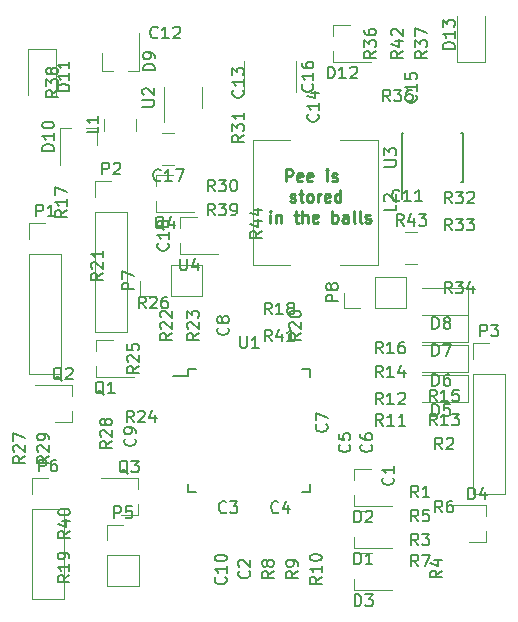
<source format=gbr>
G04 #@! TF.GenerationSoftware,KiCad,Pcbnew,(5.0.0-rc2-196-g73a8d2a9d)*
G04 #@! TF.CreationDate,2018-06-23T20:12:08-07:00*
G04 #@! TF.ProjectId,SMD_Lebowski,534D445F4C65626F77736B692E6B6963,rev?*
G04 #@! TF.SameCoordinates,Original*
G04 #@! TF.FileFunction,Legend,Top*
G04 #@! TF.FilePolarity,Positive*
%FSLAX46Y46*%
G04 Gerber Fmt 4.6, Leading zero omitted, Abs format (unit mm)*
G04 Created by KiCad (PCBNEW (5.0.0-rc2-196-g73a8d2a9d)) date Sat Jun 23 20:12:08 2018*
%MOMM*%
%LPD*%
G01*
G04 APERTURE LIST*
%ADD10C,0.250000*%
%ADD11C,0.150000*%
%ADD12C,0.120000*%
G04 APERTURE END LIST*
D10*
X153476190Y-94202380D02*
X153476190Y-93202380D01*
X153857142Y-93202380D01*
X153952380Y-93250000D01*
X154000000Y-93297619D01*
X154047619Y-93392857D01*
X154047619Y-93535714D01*
X154000000Y-93630952D01*
X153952380Y-93678571D01*
X153857142Y-93726190D01*
X153476190Y-93726190D01*
X154857142Y-94154761D02*
X154761904Y-94202380D01*
X154571428Y-94202380D01*
X154476190Y-94154761D01*
X154428571Y-94059523D01*
X154428571Y-93678571D01*
X154476190Y-93583333D01*
X154571428Y-93535714D01*
X154761904Y-93535714D01*
X154857142Y-93583333D01*
X154904761Y-93678571D01*
X154904761Y-93773809D01*
X154428571Y-93869047D01*
X155714285Y-94154761D02*
X155619047Y-94202380D01*
X155428571Y-94202380D01*
X155333333Y-94154761D01*
X155285714Y-94059523D01*
X155285714Y-93678571D01*
X155333333Y-93583333D01*
X155428571Y-93535714D01*
X155619047Y-93535714D01*
X155714285Y-93583333D01*
X155761904Y-93678571D01*
X155761904Y-93773809D01*
X155285714Y-93869047D01*
X156952380Y-94202380D02*
X156952380Y-93535714D01*
X156952380Y-93202380D02*
X156904761Y-93250000D01*
X156952380Y-93297619D01*
X157000000Y-93250000D01*
X156952380Y-93202380D01*
X156952380Y-93297619D01*
X157380952Y-94154761D02*
X157476190Y-94202380D01*
X157666666Y-94202380D01*
X157761904Y-94154761D01*
X157809523Y-94059523D01*
X157809523Y-94011904D01*
X157761904Y-93916666D01*
X157666666Y-93869047D01*
X157523809Y-93869047D01*
X157428571Y-93821428D01*
X157380952Y-93726190D01*
X157380952Y-93678571D01*
X157428571Y-93583333D01*
X157523809Y-93535714D01*
X157666666Y-93535714D01*
X157761904Y-93583333D01*
X153857142Y-95904761D02*
X153952380Y-95952380D01*
X154142857Y-95952380D01*
X154238095Y-95904761D01*
X154285714Y-95809523D01*
X154285714Y-95761904D01*
X154238095Y-95666666D01*
X154142857Y-95619047D01*
X154000000Y-95619047D01*
X153904761Y-95571428D01*
X153857142Y-95476190D01*
X153857142Y-95428571D01*
X153904761Y-95333333D01*
X154000000Y-95285714D01*
X154142857Y-95285714D01*
X154238095Y-95333333D01*
X154571428Y-95285714D02*
X154952380Y-95285714D01*
X154714285Y-94952380D02*
X154714285Y-95809523D01*
X154761904Y-95904761D01*
X154857142Y-95952380D01*
X154952380Y-95952380D01*
X155428571Y-95952380D02*
X155333333Y-95904761D01*
X155285714Y-95857142D01*
X155238095Y-95761904D01*
X155238095Y-95476190D01*
X155285714Y-95380952D01*
X155333333Y-95333333D01*
X155428571Y-95285714D01*
X155571428Y-95285714D01*
X155666666Y-95333333D01*
X155714285Y-95380952D01*
X155761904Y-95476190D01*
X155761904Y-95761904D01*
X155714285Y-95857142D01*
X155666666Y-95904761D01*
X155571428Y-95952380D01*
X155428571Y-95952380D01*
X156190476Y-95952380D02*
X156190476Y-95285714D01*
X156190476Y-95476190D02*
X156238095Y-95380952D01*
X156285714Y-95333333D01*
X156380952Y-95285714D01*
X156476190Y-95285714D01*
X157190476Y-95904761D02*
X157095238Y-95952380D01*
X156904761Y-95952380D01*
X156809523Y-95904761D01*
X156761904Y-95809523D01*
X156761904Y-95428571D01*
X156809523Y-95333333D01*
X156904761Y-95285714D01*
X157095238Y-95285714D01*
X157190476Y-95333333D01*
X157238095Y-95428571D01*
X157238095Y-95523809D01*
X156761904Y-95619047D01*
X158095238Y-95952380D02*
X158095238Y-94952380D01*
X158095238Y-95904761D02*
X158000000Y-95952380D01*
X157809523Y-95952380D01*
X157714285Y-95904761D01*
X157666666Y-95857142D01*
X157619047Y-95761904D01*
X157619047Y-95476190D01*
X157666666Y-95380952D01*
X157714285Y-95333333D01*
X157809523Y-95285714D01*
X158000000Y-95285714D01*
X158095238Y-95333333D01*
X152166666Y-97702380D02*
X152166666Y-97035714D01*
X152166666Y-96702380D02*
X152119047Y-96750000D01*
X152166666Y-96797619D01*
X152214285Y-96750000D01*
X152166666Y-96702380D01*
X152166666Y-96797619D01*
X152642857Y-97035714D02*
X152642857Y-97702380D01*
X152642857Y-97130952D02*
X152690476Y-97083333D01*
X152785714Y-97035714D01*
X152928571Y-97035714D01*
X153023809Y-97083333D01*
X153071428Y-97178571D01*
X153071428Y-97702380D01*
X154166666Y-97035714D02*
X154547619Y-97035714D01*
X154309523Y-96702380D02*
X154309523Y-97559523D01*
X154357142Y-97654761D01*
X154452380Y-97702380D01*
X154547619Y-97702380D01*
X154880952Y-97702380D02*
X154880952Y-96702380D01*
X155309523Y-97702380D02*
X155309523Y-97178571D01*
X155261904Y-97083333D01*
X155166666Y-97035714D01*
X155023809Y-97035714D01*
X154928571Y-97083333D01*
X154880952Y-97130952D01*
X156166666Y-97654761D02*
X156071428Y-97702380D01*
X155880952Y-97702380D01*
X155785714Y-97654761D01*
X155738095Y-97559523D01*
X155738095Y-97178571D01*
X155785714Y-97083333D01*
X155880952Y-97035714D01*
X156071428Y-97035714D01*
X156166666Y-97083333D01*
X156214285Y-97178571D01*
X156214285Y-97273809D01*
X155738095Y-97369047D01*
X157404761Y-97702380D02*
X157404761Y-96702380D01*
X157404761Y-97083333D02*
X157500000Y-97035714D01*
X157690476Y-97035714D01*
X157785714Y-97083333D01*
X157833333Y-97130952D01*
X157880952Y-97226190D01*
X157880952Y-97511904D01*
X157833333Y-97607142D01*
X157785714Y-97654761D01*
X157690476Y-97702380D01*
X157500000Y-97702380D01*
X157404761Y-97654761D01*
X158738095Y-97702380D02*
X158738095Y-97178571D01*
X158690476Y-97083333D01*
X158595238Y-97035714D01*
X158404761Y-97035714D01*
X158309523Y-97083333D01*
X158738095Y-97654761D02*
X158642857Y-97702380D01*
X158404761Y-97702380D01*
X158309523Y-97654761D01*
X158261904Y-97559523D01*
X158261904Y-97464285D01*
X158309523Y-97369047D01*
X158404761Y-97321428D01*
X158642857Y-97321428D01*
X158738095Y-97273809D01*
X159357142Y-97702380D02*
X159261904Y-97654761D01*
X159214285Y-97559523D01*
X159214285Y-96702380D01*
X159880952Y-97702380D02*
X159785714Y-97654761D01*
X159738095Y-97559523D01*
X159738095Y-96702380D01*
X160214285Y-97654761D02*
X160309523Y-97702380D01*
X160500000Y-97702380D01*
X160595238Y-97654761D01*
X160642857Y-97559523D01*
X160642857Y-97511904D01*
X160595238Y-97416666D01*
X160500000Y-97369047D01*
X160357142Y-97369047D01*
X160261904Y-97321428D01*
X160214285Y-97226190D01*
X160214285Y-97178571D01*
X160261904Y-97083333D01*
X160357142Y-97035714D01*
X160500000Y-97035714D01*
X160595238Y-97083333D01*
D11*
G04 #@! TO.C,U1*
X145193000Y-110141000D02*
X145193000Y-110716000D01*
X155543000Y-110141000D02*
X155543000Y-110816000D01*
X155543000Y-120491000D02*
X155543000Y-119816000D01*
X145193000Y-120491000D02*
X145193000Y-119816000D01*
X145193000Y-110141000D02*
X145868000Y-110141000D01*
X145193000Y-120491000D02*
X145868000Y-120491000D01*
X155543000Y-120491000D02*
X154868000Y-120491000D01*
X155543000Y-110141000D02*
X154868000Y-110141000D01*
X145193000Y-110716000D02*
X143918000Y-110716000D01*
D12*
G04 #@! TO.C,D1*
X159260000Y-122118000D02*
X159260000Y-123048000D01*
X159260000Y-125278000D02*
X159260000Y-124348000D01*
X159260000Y-125278000D02*
X162420000Y-125278000D01*
X159260000Y-122118000D02*
X160720000Y-122118000D01*
G04 #@! TO.C,C16*
X154356000Y-84014000D02*
X154356000Y-86674000D01*
X149936000Y-84014000D02*
X149936000Y-86674000D01*
G04 #@! TO.C,C17*
X144010000Y-92800000D02*
X143010000Y-92800000D01*
X144010000Y-90080000D02*
X143010000Y-90080000D01*
G04 #@! TO.C,D3*
X159280000Y-125660000D02*
X159280000Y-126590000D01*
X159280000Y-128820000D02*
X159280000Y-127890000D01*
X159280000Y-128820000D02*
X162440000Y-128820000D01*
X159280000Y-125660000D02*
X160740000Y-125660000D01*
G04 #@! TO.C,D4*
X170432000Y-124770000D02*
X170432000Y-123840000D01*
X170432000Y-121610000D02*
X170432000Y-122540000D01*
X170432000Y-121610000D02*
X167272000Y-121610000D01*
X170432000Y-124770000D02*
X168972000Y-124770000D01*
G04 #@! TO.C,D5*
X165024000Y-112920000D02*
X168924000Y-112920000D01*
X168924000Y-112920000D02*
X168924000Y-110600000D01*
X168924000Y-110600000D02*
X165024000Y-110600000D01*
G04 #@! TO.C,D6*
X165024000Y-110380000D02*
X168924000Y-110380000D01*
X168924000Y-110380000D02*
X168924000Y-108060000D01*
X168924000Y-108060000D02*
X165024000Y-108060000D01*
G04 #@! TO.C,D7*
X165024000Y-107840000D02*
X168924000Y-107840000D01*
X168924000Y-107840000D02*
X168924000Y-105520000D01*
X168924000Y-105520000D02*
X165024000Y-105520000D01*
G04 #@! TO.C,D8*
X165024000Y-105554000D02*
X168924000Y-105554000D01*
X168924000Y-105554000D02*
X168924000Y-103234000D01*
X168924000Y-103234000D02*
X165024000Y-103234000D01*
G04 #@! TO.C,D11*
X134002000Y-86944000D02*
X134002000Y-83044000D01*
X134002000Y-83044000D02*
X131682000Y-83044000D01*
X131682000Y-83044000D02*
X131682000Y-86944000D01*
G04 #@! TO.C,D12*
X157482000Y-80970000D02*
X157482000Y-81900000D01*
X157482000Y-84130000D02*
X157482000Y-83200000D01*
X157482000Y-84130000D02*
X160642000Y-84130000D01*
X157482000Y-80970000D02*
X158942000Y-80970000D01*
G04 #@! TO.C,D13*
X168004000Y-80188000D02*
X168004000Y-84088000D01*
X168004000Y-84088000D02*
X170324000Y-84088000D01*
X170324000Y-84088000D02*
X170324000Y-80188000D01*
G04 #@! TO.C,L1*
X138086000Y-89908000D02*
X138086000Y-88908000D01*
X140806000Y-89908000D02*
X140806000Y-88908000D01*
G04 #@! TO.C,L2*
X153856000Y-101312000D02*
X150656000Y-101312000D01*
X150656000Y-101312000D02*
X150656000Y-90712000D01*
X150656000Y-90712000D02*
X153856000Y-90712000D01*
X158056000Y-90712000D02*
X161256000Y-90712000D01*
X161256000Y-90712000D02*
X161256000Y-101312000D01*
X161256000Y-101312000D02*
X158056000Y-101312000D01*
G04 #@! TO.C,P1*
X131766000Y-110550000D02*
X134426000Y-110550000D01*
X131766000Y-100330000D02*
X131766000Y-110550000D01*
X134426000Y-100330000D02*
X134426000Y-110550000D01*
X131766000Y-100330000D02*
X134426000Y-100330000D01*
X131766000Y-99060000D02*
X131766000Y-97730000D01*
X131766000Y-97730000D02*
X133096000Y-97730000D01*
G04 #@! TO.C,P2*
X137354000Y-106994000D02*
X140014000Y-106994000D01*
X137354000Y-96774000D02*
X137354000Y-106994000D01*
X140014000Y-96774000D02*
X140014000Y-106994000D01*
X137354000Y-96774000D02*
X140014000Y-96774000D01*
X137354000Y-95504000D02*
X137354000Y-94174000D01*
X137354000Y-94174000D02*
X138684000Y-94174000D01*
G04 #@! TO.C,P3*
X169358000Y-120710000D02*
X172018000Y-120710000D01*
X169358000Y-110490000D02*
X169358000Y-120710000D01*
X172018000Y-110490000D02*
X172018000Y-120710000D01*
X169358000Y-110490000D02*
X172018000Y-110490000D01*
X169358000Y-109220000D02*
X169358000Y-107890000D01*
X169358000Y-107890000D02*
X170688000Y-107890000D01*
G04 #@! TO.C,P5*
X138370000Y-128480000D02*
X141030000Y-128480000D01*
X138370000Y-125880000D02*
X138370000Y-128480000D01*
X141030000Y-125880000D02*
X141030000Y-128480000D01*
X138370000Y-125880000D02*
X141030000Y-125880000D01*
X138370000Y-124610000D02*
X138370000Y-123280000D01*
X138370000Y-123280000D02*
X139700000Y-123280000D01*
G04 #@! TO.C,P7*
X146364000Y-103946000D02*
X146364000Y-101286000D01*
X143764000Y-103946000D02*
X146364000Y-103946000D01*
X143764000Y-101286000D02*
X146364000Y-101286000D01*
X143764000Y-103946000D02*
X143764000Y-101286000D01*
X142494000Y-103946000D02*
X141164000Y-103946000D01*
X141164000Y-103946000D02*
X141164000Y-102616000D01*
G04 #@! TO.C,P8*
X163636000Y-104962000D02*
X163636000Y-102302000D01*
X161036000Y-104962000D02*
X163636000Y-104962000D01*
X161036000Y-102302000D02*
X163636000Y-102302000D01*
X161036000Y-104962000D02*
X161036000Y-102302000D01*
X159766000Y-104962000D02*
X158436000Y-104962000D01*
X158436000Y-104962000D02*
X158436000Y-103632000D01*
G04 #@! TO.C,U2*
X146390000Y-88022000D02*
X146390000Y-86222000D01*
X143170000Y-86222000D02*
X143170000Y-89172000D01*
D11*
G04 #@! TO.C,U3*
X163287000Y-94277000D02*
X163337000Y-94277000D01*
X163287000Y-90127000D02*
X163432000Y-90127000D01*
X168437000Y-90127000D02*
X168292000Y-90127000D01*
X168437000Y-94277000D02*
X168292000Y-94277000D01*
X163287000Y-94277000D02*
X163287000Y-90127000D01*
X168437000Y-94277000D02*
X168437000Y-90127000D01*
X163337000Y-94277000D02*
X163337000Y-95677000D01*
D12*
G04 #@! TO.C,P6*
X132020000Y-129600000D02*
X134680000Y-129600000D01*
X132020000Y-121920000D02*
X132020000Y-129600000D01*
X134680000Y-121920000D02*
X134680000Y-129600000D01*
X132020000Y-121920000D02*
X134680000Y-121920000D01*
X132020000Y-120650000D02*
X132020000Y-119320000D01*
X132020000Y-119320000D02*
X133350000Y-119320000D01*
G04 #@! TO.C,D2*
X159260000Y-118562000D02*
X159260000Y-119492000D01*
X159260000Y-121722000D02*
X159260000Y-120792000D01*
X159260000Y-121722000D02*
X162420000Y-121722000D01*
X159260000Y-118562000D02*
X160720000Y-118562000D01*
G04 #@! TO.C,Q3*
X140968000Y-122484000D02*
X140968000Y-121554000D01*
X140968000Y-119324000D02*
X140968000Y-120254000D01*
X140968000Y-119324000D02*
X137808000Y-119324000D01*
X140968000Y-122484000D02*
X139508000Y-122484000D01*
G04 #@! TO.C,Q2*
X135380000Y-114610000D02*
X135380000Y-113680000D01*
X135380000Y-111450000D02*
X135380000Y-112380000D01*
X135380000Y-111450000D02*
X132220000Y-111450000D01*
X135380000Y-114610000D02*
X133920000Y-114610000D01*
G04 #@! TO.C,Q1*
X137416000Y-107640000D02*
X137416000Y-108570000D01*
X137416000Y-110800000D02*
X137416000Y-109870000D01*
X137416000Y-110800000D02*
X140576000Y-110800000D01*
X137416000Y-107640000D02*
X138876000Y-107640000D01*
G04 #@! TO.C,U4*
X144528000Y-97226000D02*
X144528000Y-98156000D01*
X144528000Y-100386000D02*
X144528000Y-99456000D01*
X144528000Y-100386000D02*
X147688000Y-100386000D01*
X144528000Y-97226000D02*
X145988000Y-97226000D01*
G04 #@! TO.C,Q4*
X142496000Y-93670000D02*
X142496000Y-94600000D01*
X142496000Y-96830000D02*
X142496000Y-95900000D01*
X142496000Y-96830000D02*
X145656000Y-96830000D01*
X142496000Y-93670000D02*
X143956000Y-93670000D01*
G04 #@! TO.C,D10*
X137470000Y-89664000D02*
X136540000Y-89664000D01*
X134310000Y-89664000D02*
X135240000Y-89664000D01*
X134310000Y-89664000D02*
X134310000Y-92824000D01*
X137470000Y-89664000D02*
X137470000Y-91124000D01*
G04 #@! TO.C,D9*
X137866000Y-84834000D02*
X138796000Y-84834000D01*
X141026000Y-84834000D02*
X140096000Y-84834000D01*
X141026000Y-84834000D02*
X141026000Y-81674000D01*
X137866000Y-84834000D02*
X137866000Y-83374000D01*
G04 #@! TO.C,R43*
X163584000Y-98462000D02*
X164584000Y-98462000D01*
X163584000Y-101182000D02*
X164584000Y-101182000D01*
G04 #@! TO.C,U1*
D11*
X149606095Y-107318380D02*
X149606095Y-108127904D01*
X149653714Y-108223142D01*
X149701333Y-108270761D01*
X149796571Y-108318380D01*
X149987047Y-108318380D01*
X150082285Y-108270761D01*
X150129904Y-108223142D01*
X150177523Y-108127904D01*
X150177523Y-107318380D01*
X151177523Y-108318380D02*
X150606095Y-108318380D01*
X150891809Y-108318380D02*
X150891809Y-107318380D01*
X150796571Y-107461238D01*
X150701333Y-107556476D01*
X150606095Y-107604095D01*
G04 #@! TO.C,C7*
X156907142Y-114786666D02*
X156954761Y-114834285D01*
X157002380Y-114977142D01*
X157002380Y-115072380D01*
X156954761Y-115215238D01*
X156859523Y-115310476D01*
X156764285Y-115358095D01*
X156573809Y-115405714D01*
X156430952Y-115405714D01*
X156240476Y-115358095D01*
X156145238Y-115310476D01*
X156050000Y-115215238D01*
X156002380Y-115072380D01*
X156002380Y-114977142D01*
X156050000Y-114834285D01*
X156097619Y-114786666D01*
X156002380Y-114453333D02*
X156002380Y-113786666D01*
X157002380Y-114215238D01*
G04 #@! TO.C,D1*
X159281904Y-126650380D02*
X159281904Y-125650380D01*
X159520000Y-125650380D01*
X159662857Y-125698000D01*
X159758095Y-125793238D01*
X159805714Y-125888476D01*
X159853333Y-126078952D01*
X159853333Y-126221809D01*
X159805714Y-126412285D01*
X159758095Y-126507523D01*
X159662857Y-126602761D01*
X159520000Y-126650380D01*
X159281904Y-126650380D01*
X160805714Y-126650380D02*
X160234285Y-126650380D01*
X160520000Y-126650380D02*
X160520000Y-125650380D01*
X160424761Y-125793238D01*
X160329523Y-125888476D01*
X160234285Y-125936095D01*
G04 #@! TO.C,C2*
X150357142Y-127216666D02*
X150404761Y-127264285D01*
X150452380Y-127407142D01*
X150452380Y-127502380D01*
X150404761Y-127645238D01*
X150309523Y-127740476D01*
X150214285Y-127788095D01*
X150023809Y-127835714D01*
X149880952Y-127835714D01*
X149690476Y-127788095D01*
X149595238Y-127740476D01*
X149500000Y-127645238D01*
X149452380Y-127502380D01*
X149452380Y-127407142D01*
X149500000Y-127264285D01*
X149547619Y-127216666D01*
X149547619Y-126835714D02*
X149500000Y-126788095D01*
X149452380Y-126692857D01*
X149452380Y-126454761D01*
X149500000Y-126359523D01*
X149547619Y-126311904D01*
X149642857Y-126264285D01*
X149738095Y-126264285D01*
X149880952Y-126311904D01*
X150452380Y-126883333D01*
X150452380Y-126264285D01*
G04 #@! TO.C,C1*
X162537142Y-119292666D02*
X162584761Y-119340285D01*
X162632380Y-119483142D01*
X162632380Y-119578380D01*
X162584761Y-119721238D01*
X162489523Y-119816476D01*
X162394285Y-119864095D01*
X162203809Y-119911714D01*
X162060952Y-119911714D01*
X161870476Y-119864095D01*
X161775238Y-119816476D01*
X161680000Y-119721238D01*
X161632380Y-119578380D01*
X161632380Y-119483142D01*
X161680000Y-119340285D01*
X161727619Y-119292666D01*
X162632380Y-118340285D02*
X162632380Y-118911714D01*
X162632380Y-118626000D02*
X161632380Y-118626000D01*
X161775238Y-118721238D01*
X161870476Y-118816476D01*
X161918095Y-118911714D01*
G04 #@! TO.C,C3*
X148423333Y-122207142D02*
X148375714Y-122254761D01*
X148232857Y-122302380D01*
X148137619Y-122302380D01*
X147994761Y-122254761D01*
X147899523Y-122159523D01*
X147851904Y-122064285D01*
X147804285Y-121873809D01*
X147804285Y-121730952D01*
X147851904Y-121540476D01*
X147899523Y-121445238D01*
X147994761Y-121350000D01*
X148137619Y-121302380D01*
X148232857Y-121302380D01*
X148375714Y-121350000D01*
X148423333Y-121397619D01*
X148756666Y-121302380D02*
X149375714Y-121302380D01*
X149042380Y-121683333D01*
X149185238Y-121683333D01*
X149280476Y-121730952D01*
X149328095Y-121778571D01*
X149375714Y-121873809D01*
X149375714Y-122111904D01*
X149328095Y-122207142D01*
X149280476Y-122254761D01*
X149185238Y-122302380D01*
X148899523Y-122302380D01*
X148804285Y-122254761D01*
X148756666Y-122207142D01*
G04 #@! TO.C,C4*
X152833333Y-122207142D02*
X152785714Y-122254761D01*
X152642857Y-122302380D01*
X152547619Y-122302380D01*
X152404761Y-122254761D01*
X152309523Y-122159523D01*
X152261904Y-122064285D01*
X152214285Y-121873809D01*
X152214285Y-121730952D01*
X152261904Y-121540476D01*
X152309523Y-121445238D01*
X152404761Y-121350000D01*
X152547619Y-121302380D01*
X152642857Y-121302380D01*
X152785714Y-121350000D01*
X152833333Y-121397619D01*
X153690476Y-121635714D02*
X153690476Y-122302380D01*
X153452380Y-121254761D02*
X153214285Y-121969047D01*
X153833333Y-121969047D01*
G04 #@! TO.C,C5*
X158837142Y-116496666D02*
X158884761Y-116544285D01*
X158932380Y-116687142D01*
X158932380Y-116782380D01*
X158884761Y-116925238D01*
X158789523Y-117020476D01*
X158694285Y-117068095D01*
X158503809Y-117115714D01*
X158360952Y-117115714D01*
X158170476Y-117068095D01*
X158075238Y-117020476D01*
X157980000Y-116925238D01*
X157932380Y-116782380D01*
X157932380Y-116687142D01*
X157980000Y-116544285D01*
X158027619Y-116496666D01*
X157932380Y-115591904D02*
X157932380Y-116068095D01*
X158408571Y-116115714D01*
X158360952Y-116068095D01*
X158313333Y-115972857D01*
X158313333Y-115734761D01*
X158360952Y-115639523D01*
X158408571Y-115591904D01*
X158503809Y-115544285D01*
X158741904Y-115544285D01*
X158837142Y-115591904D01*
X158884761Y-115639523D01*
X158932380Y-115734761D01*
X158932380Y-115972857D01*
X158884761Y-116068095D01*
X158837142Y-116115714D01*
G04 #@! TO.C,C6*
X160697142Y-116496666D02*
X160744761Y-116544285D01*
X160792380Y-116687142D01*
X160792380Y-116782380D01*
X160744761Y-116925238D01*
X160649523Y-117020476D01*
X160554285Y-117068095D01*
X160363809Y-117115714D01*
X160220952Y-117115714D01*
X160030476Y-117068095D01*
X159935238Y-117020476D01*
X159840000Y-116925238D01*
X159792380Y-116782380D01*
X159792380Y-116687142D01*
X159840000Y-116544285D01*
X159887619Y-116496666D01*
X159792380Y-115639523D02*
X159792380Y-115830000D01*
X159840000Y-115925238D01*
X159887619Y-115972857D01*
X160030476Y-116068095D01*
X160220952Y-116115714D01*
X160601904Y-116115714D01*
X160697142Y-116068095D01*
X160744761Y-116020476D01*
X160792380Y-115925238D01*
X160792380Y-115734761D01*
X160744761Y-115639523D01*
X160697142Y-115591904D01*
X160601904Y-115544285D01*
X160363809Y-115544285D01*
X160268571Y-115591904D01*
X160220952Y-115639523D01*
X160173333Y-115734761D01*
X160173333Y-115925238D01*
X160220952Y-116020476D01*
X160268571Y-116068095D01*
X160363809Y-116115714D01*
G04 #@! TO.C,C8*
X148567142Y-106592666D02*
X148614761Y-106640285D01*
X148662380Y-106783142D01*
X148662380Y-106878380D01*
X148614761Y-107021238D01*
X148519523Y-107116476D01*
X148424285Y-107164095D01*
X148233809Y-107211714D01*
X148090952Y-107211714D01*
X147900476Y-107164095D01*
X147805238Y-107116476D01*
X147710000Y-107021238D01*
X147662380Y-106878380D01*
X147662380Y-106783142D01*
X147710000Y-106640285D01*
X147757619Y-106592666D01*
X148090952Y-106021238D02*
X148043333Y-106116476D01*
X147995714Y-106164095D01*
X147900476Y-106211714D01*
X147852857Y-106211714D01*
X147757619Y-106164095D01*
X147710000Y-106116476D01*
X147662380Y-106021238D01*
X147662380Y-105830761D01*
X147710000Y-105735523D01*
X147757619Y-105687904D01*
X147852857Y-105640285D01*
X147900476Y-105640285D01*
X147995714Y-105687904D01*
X148043333Y-105735523D01*
X148090952Y-105830761D01*
X148090952Y-106021238D01*
X148138571Y-106116476D01*
X148186190Y-106164095D01*
X148281428Y-106211714D01*
X148471904Y-106211714D01*
X148567142Y-106164095D01*
X148614761Y-106116476D01*
X148662380Y-106021238D01*
X148662380Y-105830761D01*
X148614761Y-105735523D01*
X148567142Y-105687904D01*
X148471904Y-105640285D01*
X148281428Y-105640285D01*
X148186190Y-105687904D01*
X148138571Y-105735523D01*
X148090952Y-105830761D01*
G04 #@! TO.C,C9*
X140693142Y-115990666D02*
X140740761Y-116038285D01*
X140788380Y-116181142D01*
X140788380Y-116276380D01*
X140740761Y-116419238D01*
X140645523Y-116514476D01*
X140550285Y-116562095D01*
X140359809Y-116609714D01*
X140216952Y-116609714D01*
X140026476Y-116562095D01*
X139931238Y-116514476D01*
X139836000Y-116419238D01*
X139788380Y-116276380D01*
X139788380Y-116181142D01*
X139836000Y-116038285D01*
X139883619Y-115990666D01*
X140788380Y-115514476D02*
X140788380Y-115324000D01*
X140740761Y-115228761D01*
X140693142Y-115181142D01*
X140550285Y-115085904D01*
X140359809Y-115038285D01*
X139978857Y-115038285D01*
X139883619Y-115085904D01*
X139836000Y-115133523D01*
X139788380Y-115228761D01*
X139788380Y-115419238D01*
X139836000Y-115514476D01*
X139883619Y-115562095D01*
X139978857Y-115609714D01*
X140216952Y-115609714D01*
X140312190Y-115562095D01*
X140359809Y-115514476D01*
X140407428Y-115419238D01*
X140407428Y-115228761D01*
X140359809Y-115133523D01*
X140312190Y-115085904D01*
X140216952Y-115038285D01*
G04 #@! TO.C,C10*
X148357142Y-127725357D02*
X148404761Y-127772976D01*
X148452380Y-127915833D01*
X148452380Y-128011071D01*
X148404761Y-128153928D01*
X148309523Y-128249166D01*
X148214285Y-128296785D01*
X148023809Y-128344404D01*
X147880952Y-128344404D01*
X147690476Y-128296785D01*
X147595238Y-128249166D01*
X147500000Y-128153928D01*
X147452380Y-128011071D01*
X147452380Y-127915833D01*
X147500000Y-127772976D01*
X147547619Y-127725357D01*
X148452380Y-126772976D02*
X148452380Y-127344404D01*
X148452380Y-127058690D02*
X147452380Y-127058690D01*
X147595238Y-127153928D01*
X147690476Y-127249166D01*
X147738095Y-127344404D01*
X147452380Y-126153928D02*
X147452380Y-126058690D01*
X147500000Y-125963452D01*
X147547619Y-125915833D01*
X147642857Y-125868214D01*
X147833333Y-125820595D01*
X148071428Y-125820595D01*
X148261904Y-125868214D01*
X148357142Y-125915833D01*
X148404761Y-125963452D01*
X148452380Y-126058690D01*
X148452380Y-126153928D01*
X148404761Y-126249166D01*
X148357142Y-126296785D01*
X148261904Y-126344404D01*
X148071428Y-126392023D01*
X147833333Y-126392023D01*
X147642857Y-126344404D01*
X147547619Y-126296785D01*
X147500000Y-126249166D01*
X147452380Y-126153928D01*
G04 #@! TO.C,C11*
X163087142Y-95817142D02*
X163039523Y-95864761D01*
X162896666Y-95912380D01*
X162801428Y-95912380D01*
X162658571Y-95864761D01*
X162563333Y-95769523D01*
X162515714Y-95674285D01*
X162468095Y-95483809D01*
X162468095Y-95340952D01*
X162515714Y-95150476D01*
X162563333Y-95055238D01*
X162658571Y-94960000D01*
X162801428Y-94912380D01*
X162896666Y-94912380D01*
X163039523Y-94960000D01*
X163087142Y-95007619D01*
X164039523Y-95912380D02*
X163468095Y-95912380D01*
X163753809Y-95912380D02*
X163753809Y-94912380D01*
X163658571Y-95055238D01*
X163563333Y-95150476D01*
X163468095Y-95198095D01*
X164991904Y-95912380D02*
X164420476Y-95912380D01*
X164706190Y-95912380D02*
X164706190Y-94912380D01*
X164610952Y-95055238D01*
X164515714Y-95150476D01*
X164420476Y-95198095D01*
G04 #@! TO.C,C12*
X142613142Y-82019142D02*
X142565523Y-82066761D01*
X142422666Y-82114380D01*
X142327428Y-82114380D01*
X142184571Y-82066761D01*
X142089333Y-81971523D01*
X142041714Y-81876285D01*
X141994095Y-81685809D01*
X141994095Y-81542952D01*
X142041714Y-81352476D01*
X142089333Y-81257238D01*
X142184571Y-81162000D01*
X142327428Y-81114380D01*
X142422666Y-81114380D01*
X142565523Y-81162000D01*
X142613142Y-81209619D01*
X143565523Y-82114380D02*
X142994095Y-82114380D01*
X143279809Y-82114380D02*
X143279809Y-81114380D01*
X143184571Y-81257238D01*
X143089333Y-81352476D01*
X142994095Y-81400095D01*
X143946476Y-81209619D02*
X143994095Y-81162000D01*
X144089333Y-81114380D01*
X144327428Y-81114380D01*
X144422666Y-81162000D01*
X144470285Y-81209619D01*
X144517904Y-81304857D01*
X144517904Y-81400095D01*
X144470285Y-81542952D01*
X143898857Y-82114380D01*
X144517904Y-82114380D01*
G04 #@! TO.C,C13*
X149835142Y-86494857D02*
X149882761Y-86542476D01*
X149930380Y-86685333D01*
X149930380Y-86780571D01*
X149882761Y-86923428D01*
X149787523Y-87018666D01*
X149692285Y-87066285D01*
X149501809Y-87113904D01*
X149358952Y-87113904D01*
X149168476Y-87066285D01*
X149073238Y-87018666D01*
X148978000Y-86923428D01*
X148930380Y-86780571D01*
X148930380Y-86685333D01*
X148978000Y-86542476D01*
X149025619Y-86494857D01*
X149930380Y-85542476D02*
X149930380Y-86113904D01*
X149930380Y-85828190D02*
X148930380Y-85828190D01*
X149073238Y-85923428D01*
X149168476Y-86018666D01*
X149216095Y-86113904D01*
X148930380Y-85209142D02*
X148930380Y-84590095D01*
X149311333Y-84923428D01*
X149311333Y-84780571D01*
X149358952Y-84685333D01*
X149406571Y-84637714D01*
X149501809Y-84590095D01*
X149739904Y-84590095D01*
X149835142Y-84637714D01*
X149882761Y-84685333D01*
X149930380Y-84780571D01*
X149930380Y-85066285D01*
X149882761Y-85161523D01*
X149835142Y-85209142D01*
G04 #@! TO.C,C14*
X156187142Y-88526857D02*
X156234761Y-88574476D01*
X156282380Y-88717333D01*
X156282380Y-88812571D01*
X156234761Y-88955428D01*
X156139523Y-89050666D01*
X156044285Y-89098285D01*
X155853809Y-89145904D01*
X155710952Y-89145904D01*
X155520476Y-89098285D01*
X155425238Y-89050666D01*
X155330000Y-88955428D01*
X155282380Y-88812571D01*
X155282380Y-88717333D01*
X155330000Y-88574476D01*
X155377619Y-88526857D01*
X156282380Y-87574476D02*
X156282380Y-88145904D01*
X156282380Y-87860190D02*
X155282380Y-87860190D01*
X155425238Y-87955428D01*
X155520476Y-88050666D01*
X155568095Y-88145904D01*
X155615714Y-86717333D02*
X156282380Y-86717333D01*
X155234761Y-86955428D02*
X155949047Y-87193523D01*
X155949047Y-86574476D01*
G04 #@! TO.C,C15*
X164477142Y-86922857D02*
X164524761Y-86970476D01*
X164572380Y-87113333D01*
X164572380Y-87208571D01*
X164524761Y-87351428D01*
X164429523Y-87446666D01*
X164334285Y-87494285D01*
X164143809Y-87541904D01*
X164000952Y-87541904D01*
X163810476Y-87494285D01*
X163715238Y-87446666D01*
X163620000Y-87351428D01*
X163572380Y-87208571D01*
X163572380Y-87113333D01*
X163620000Y-86970476D01*
X163667619Y-86922857D01*
X164572380Y-85970476D02*
X164572380Y-86541904D01*
X164572380Y-86256190D02*
X163572380Y-86256190D01*
X163715238Y-86351428D01*
X163810476Y-86446666D01*
X163858095Y-86541904D01*
X163572380Y-85065714D02*
X163572380Y-85541904D01*
X164048571Y-85589523D01*
X164000952Y-85541904D01*
X163953333Y-85446666D01*
X163953333Y-85208571D01*
X164000952Y-85113333D01*
X164048571Y-85065714D01*
X164143809Y-85018095D01*
X164381904Y-85018095D01*
X164477142Y-85065714D01*
X164524761Y-85113333D01*
X164572380Y-85208571D01*
X164572380Y-85446666D01*
X164524761Y-85541904D01*
X164477142Y-85589523D01*
G04 #@! TO.C,C16*
X155703142Y-85986857D02*
X155750761Y-86034476D01*
X155798380Y-86177333D01*
X155798380Y-86272571D01*
X155750761Y-86415428D01*
X155655523Y-86510666D01*
X155560285Y-86558285D01*
X155369809Y-86605904D01*
X155226952Y-86605904D01*
X155036476Y-86558285D01*
X154941238Y-86510666D01*
X154846000Y-86415428D01*
X154798380Y-86272571D01*
X154798380Y-86177333D01*
X154846000Y-86034476D01*
X154893619Y-85986857D01*
X155798380Y-85034476D02*
X155798380Y-85605904D01*
X155798380Y-85320190D02*
X154798380Y-85320190D01*
X154941238Y-85415428D01*
X155036476Y-85510666D01*
X155084095Y-85605904D01*
X154798380Y-84177333D02*
X154798380Y-84367809D01*
X154846000Y-84463047D01*
X154893619Y-84510666D01*
X155036476Y-84605904D01*
X155226952Y-84653523D01*
X155607904Y-84653523D01*
X155703142Y-84605904D01*
X155750761Y-84558285D01*
X155798380Y-84463047D01*
X155798380Y-84272571D01*
X155750761Y-84177333D01*
X155703142Y-84129714D01*
X155607904Y-84082095D01*
X155369809Y-84082095D01*
X155274571Y-84129714D01*
X155226952Y-84177333D01*
X155179333Y-84272571D01*
X155179333Y-84463047D01*
X155226952Y-84558285D01*
X155274571Y-84605904D01*
X155369809Y-84653523D01*
G04 #@! TO.C,C17*
X142867142Y-94097142D02*
X142819523Y-94144761D01*
X142676666Y-94192380D01*
X142581428Y-94192380D01*
X142438571Y-94144761D01*
X142343333Y-94049523D01*
X142295714Y-93954285D01*
X142248095Y-93763809D01*
X142248095Y-93620952D01*
X142295714Y-93430476D01*
X142343333Y-93335238D01*
X142438571Y-93240000D01*
X142581428Y-93192380D01*
X142676666Y-93192380D01*
X142819523Y-93240000D01*
X142867142Y-93287619D01*
X143819523Y-94192380D02*
X143248095Y-94192380D01*
X143533809Y-94192380D02*
X143533809Y-93192380D01*
X143438571Y-93335238D01*
X143343333Y-93430476D01*
X143248095Y-93478095D01*
X144152857Y-93192380D02*
X144819523Y-93192380D01*
X144390952Y-94192380D01*
G04 #@! TO.C,C18*
X143485142Y-99448857D02*
X143532761Y-99496476D01*
X143580380Y-99639333D01*
X143580380Y-99734571D01*
X143532761Y-99877428D01*
X143437523Y-99972666D01*
X143342285Y-100020285D01*
X143151809Y-100067904D01*
X143008952Y-100067904D01*
X142818476Y-100020285D01*
X142723238Y-99972666D01*
X142628000Y-99877428D01*
X142580380Y-99734571D01*
X142580380Y-99639333D01*
X142628000Y-99496476D01*
X142675619Y-99448857D01*
X143580380Y-98496476D02*
X143580380Y-99067904D01*
X143580380Y-98782190D02*
X142580380Y-98782190D01*
X142723238Y-98877428D01*
X142818476Y-98972666D01*
X142866095Y-99067904D01*
X143008952Y-97925047D02*
X142961333Y-98020285D01*
X142913714Y-98067904D01*
X142818476Y-98115523D01*
X142770857Y-98115523D01*
X142675619Y-98067904D01*
X142628000Y-98020285D01*
X142580380Y-97925047D01*
X142580380Y-97734571D01*
X142628000Y-97639333D01*
X142675619Y-97591714D01*
X142770857Y-97544095D01*
X142818476Y-97544095D01*
X142913714Y-97591714D01*
X142961333Y-97639333D01*
X143008952Y-97734571D01*
X143008952Y-97925047D01*
X143056571Y-98020285D01*
X143104190Y-98067904D01*
X143199428Y-98115523D01*
X143389904Y-98115523D01*
X143485142Y-98067904D01*
X143532761Y-98020285D01*
X143580380Y-97925047D01*
X143580380Y-97734571D01*
X143532761Y-97639333D01*
X143485142Y-97591714D01*
X143389904Y-97544095D01*
X143199428Y-97544095D01*
X143104190Y-97591714D01*
X143056571Y-97639333D01*
X143008952Y-97734571D01*
G04 #@! TO.C,D3*
X159301904Y-130192380D02*
X159301904Y-129192380D01*
X159540000Y-129192380D01*
X159682857Y-129240000D01*
X159778095Y-129335238D01*
X159825714Y-129430476D01*
X159873333Y-129620952D01*
X159873333Y-129763809D01*
X159825714Y-129954285D01*
X159778095Y-130049523D01*
X159682857Y-130144761D01*
X159540000Y-130192380D01*
X159301904Y-130192380D01*
X160206666Y-129192380D02*
X160825714Y-129192380D01*
X160492380Y-129573333D01*
X160635238Y-129573333D01*
X160730476Y-129620952D01*
X160778095Y-129668571D01*
X160825714Y-129763809D01*
X160825714Y-130001904D01*
X160778095Y-130097142D01*
X160730476Y-130144761D01*
X160635238Y-130192380D01*
X160349523Y-130192380D01*
X160254285Y-130144761D01*
X160206666Y-130097142D01*
G04 #@! TO.C,D4*
X168933904Y-121142380D02*
X168933904Y-120142380D01*
X169172000Y-120142380D01*
X169314857Y-120190000D01*
X169410095Y-120285238D01*
X169457714Y-120380476D01*
X169505333Y-120570952D01*
X169505333Y-120713809D01*
X169457714Y-120904285D01*
X169410095Y-120999523D01*
X169314857Y-121094761D01*
X169172000Y-121142380D01*
X168933904Y-121142380D01*
X170362476Y-120475714D02*
X170362476Y-121142380D01*
X170124380Y-120094761D02*
X169886285Y-120809047D01*
X170505333Y-120809047D01*
G04 #@! TO.C,D5*
X165885904Y-114062380D02*
X165885904Y-113062380D01*
X166124000Y-113062380D01*
X166266857Y-113110000D01*
X166362095Y-113205238D01*
X166409714Y-113300476D01*
X166457333Y-113490952D01*
X166457333Y-113633809D01*
X166409714Y-113824285D01*
X166362095Y-113919523D01*
X166266857Y-114014761D01*
X166124000Y-114062380D01*
X165885904Y-114062380D01*
X167362095Y-113062380D02*
X166885904Y-113062380D01*
X166838285Y-113538571D01*
X166885904Y-113490952D01*
X166981142Y-113443333D01*
X167219238Y-113443333D01*
X167314476Y-113490952D01*
X167362095Y-113538571D01*
X167409714Y-113633809D01*
X167409714Y-113871904D01*
X167362095Y-113967142D01*
X167314476Y-114014761D01*
X167219238Y-114062380D01*
X166981142Y-114062380D01*
X166885904Y-114014761D01*
X166838285Y-113967142D01*
G04 #@! TO.C,D6*
X165885904Y-111522380D02*
X165885904Y-110522380D01*
X166124000Y-110522380D01*
X166266857Y-110570000D01*
X166362095Y-110665238D01*
X166409714Y-110760476D01*
X166457333Y-110950952D01*
X166457333Y-111093809D01*
X166409714Y-111284285D01*
X166362095Y-111379523D01*
X166266857Y-111474761D01*
X166124000Y-111522380D01*
X165885904Y-111522380D01*
X167314476Y-110522380D02*
X167124000Y-110522380D01*
X167028761Y-110570000D01*
X166981142Y-110617619D01*
X166885904Y-110760476D01*
X166838285Y-110950952D01*
X166838285Y-111331904D01*
X166885904Y-111427142D01*
X166933523Y-111474761D01*
X167028761Y-111522380D01*
X167219238Y-111522380D01*
X167314476Y-111474761D01*
X167362095Y-111427142D01*
X167409714Y-111331904D01*
X167409714Y-111093809D01*
X167362095Y-110998571D01*
X167314476Y-110950952D01*
X167219238Y-110903333D01*
X167028761Y-110903333D01*
X166933523Y-110950952D01*
X166885904Y-110998571D01*
X166838285Y-111093809D01*
G04 #@! TO.C,D7*
X165885904Y-108982380D02*
X165885904Y-107982380D01*
X166124000Y-107982380D01*
X166266857Y-108030000D01*
X166362095Y-108125238D01*
X166409714Y-108220476D01*
X166457333Y-108410952D01*
X166457333Y-108553809D01*
X166409714Y-108744285D01*
X166362095Y-108839523D01*
X166266857Y-108934761D01*
X166124000Y-108982380D01*
X165885904Y-108982380D01*
X166790666Y-107982380D02*
X167457333Y-107982380D01*
X167028761Y-108982380D01*
G04 #@! TO.C,D8*
X165885904Y-106696380D02*
X165885904Y-105696380D01*
X166124000Y-105696380D01*
X166266857Y-105744000D01*
X166362095Y-105839238D01*
X166409714Y-105934476D01*
X166457333Y-106124952D01*
X166457333Y-106267809D01*
X166409714Y-106458285D01*
X166362095Y-106553523D01*
X166266857Y-106648761D01*
X166124000Y-106696380D01*
X165885904Y-106696380D01*
X167028761Y-106124952D02*
X166933523Y-106077333D01*
X166885904Y-106029714D01*
X166838285Y-105934476D01*
X166838285Y-105886857D01*
X166885904Y-105791619D01*
X166933523Y-105744000D01*
X167028761Y-105696380D01*
X167219238Y-105696380D01*
X167314476Y-105744000D01*
X167362095Y-105791619D01*
X167409714Y-105886857D01*
X167409714Y-105934476D01*
X167362095Y-106029714D01*
X167314476Y-106077333D01*
X167219238Y-106124952D01*
X167028761Y-106124952D01*
X166933523Y-106172571D01*
X166885904Y-106220190D01*
X166838285Y-106315428D01*
X166838285Y-106505904D01*
X166885904Y-106601142D01*
X166933523Y-106648761D01*
X167028761Y-106696380D01*
X167219238Y-106696380D01*
X167314476Y-106648761D01*
X167362095Y-106601142D01*
X167409714Y-106505904D01*
X167409714Y-106315428D01*
X167362095Y-106220190D01*
X167314476Y-106172571D01*
X167219238Y-106124952D01*
G04 #@! TO.C,D11*
X135144380Y-86558285D02*
X134144380Y-86558285D01*
X134144380Y-86320190D01*
X134192000Y-86177333D01*
X134287238Y-86082095D01*
X134382476Y-86034476D01*
X134572952Y-85986857D01*
X134715809Y-85986857D01*
X134906285Y-86034476D01*
X135001523Y-86082095D01*
X135096761Y-86177333D01*
X135144380Y-86320190D01*
X135144380Y-86558285D01*
X135144380Y-85034476D02*
X135144380Y-85605904D01*
X135144380Y-85320190D02*
X134144380Y-85320190D01*
X134287238Y-85415428D01*
X134382476Y-85510666D01*
X134430095Y-85605904D01*
X135144380Y-84082095D02*
X135144380Y-84653523D01*
X135144380Y-84367809D02*
X134144380Y-84367809D01*
X134287238Y-84463047D01*
X134382476Y-84558285D01*
X134430095Y-84653523D01*
G04 #@! TO.C,D12*
X157027714Y-85502380D02*
X157027714Y-84502380D01*
X157265809Y-84502380D01*
X157408666Y-84550000D01*
X157503904Y-84645238D01*
X157551523Y-84740476D01*
X157599142Y-84930952D01*
X157599142Y-85073809D01*
X157551523Y-85264285D01*
X157503904Y-85359523D01*
X157408666Y-85454761D01*
X157265809Y-85502380D01*
X157027714Y-85502380D01*
X158551523Y-85502380D02*
X157980095Y-85502380D01*
X158265809Y-85502380D02*
X158265809Y-84502380D01*
X158170571Y-84645238D01*
X158075333Y-84740476D01*
X157980095Y-84788095D01*
X158932476Y-84597619D02*
X158980095Y-84550000D01*
X159075333Y-84502380D01*
X159313428Y-84502380D01*
X159408666Y-84550000D01*
X159456285Y-84597619D01*
X159503904Y-84692857D01*
X159503904Y-84788095D01*
X159456285Y-84930952D01*
X158884857Y-85502380D01*
X159503904Y-85502380D01*
G04 #@! TO.C,D13*
X167766380Y-83002285D02*
X166766380Y-83002285D01*
X166766380Y-82764190D01*
X166814000Y-82621333D01*
X166909238Y-82526095D01*
X167004476Y-82478476D01*
X167194952Y-82430857D01*
X167337809Y-82430857D01*
X167528285Y-82478476D01*
X167623523Y-82526095D01*
X167718761Y-82621333D01*
X167766380Y-82764190D01*
X167766380Y-83002285D01*
X167766380Y-81478476D02*
X167766380Y-82049904D01*
X167766380Y-81764190D02*
X166766380Y-81764190D01*
X166909238Y-81859428D01*
X167004476Y-81954666D01*
X167052095Y-82049904D01*
X166766380Y-81145142D02*
X166766380Y-80526095D01*
X167147333Y-80859428D01*
X167147333Y-80716571D01*
X167194952Y-80621333D01*
X167242571Y-80573714D01*
X167337809Y-80526095D01*
X167575904Y-80526095D01*
X167671142Y-80573714D01*
X167718761Y-80621333D01*
X167766380Y-80716571D01*
X167766380Y-81002285D01*
X167718761Y-81097523D01*
X167671142Y-81145142D01*
G04 #@! TO.C,L1*
X137598380Y-89574666D02*
X137598380Y-90050857D01*
X136598380Y-90050857D01*
X137598380Y-88717523D02*
X137598380Y-89288952D01*
X137598380Y-89003238D02*
X136598380Y-89003238D01*
X136741238Y-89098476D01*
X136836476Y-89193714D01*
X136884095Y-89288952D01*
G04 #@! TO.C,L2*
X162758380Y-96178666D02*
X162758380Y-96654857D01*
X161758380Y-96654857D01*
X161853619Y-95892952D02*
X161806000Y-95845333D01*
X161758380Y-95750095D01*
X161758380Y-95512000D01*
X161806000Y-95416761D01*
X161853619Y-95369142D01*
X161948857Y-95321523D01*
X162044095Y-95321523D01*
X162186952Y-95369142D01*
X162758380Y-95940571D01*
X162758380Y-95321523D01*
G04 #@! TO.C,P1*
X132357904Y-97182380D02*
X132357904Y-96182380D01*
X132738857Y-96182380D01*
X132834095Y-96230000D01*
X132881714Y-96277619D01*
X132929333Y-96372857D01*
X132929333Y-96515714D01*
X132881714Y-96610952D01*
X132834095Y-96658571D01*
X132738857Y-96706190D01*
X132357904Y-96706190D01*
X133881714Y-97182380D02*
X133310285Y-97182380D01*
X133596000Y-97182380D02*
X133596000Y-96182380D01*
X133500761Y-96325238D01*
X133405523Y-96420476D01*
X133310285Y-96468095D01*
G04 #@! TO.C,P2*
X137945904Y-93626380D02*
X137945904Y-92626380D01*
X138326857Y-92626380D01*
X138422095Y-92674000D01*
X138469714Y-92721619D01*
X138517333Y-92816857D01*
X138517333Y-92959714D01*
X138469714Y-93054952D01*
X138422095Y-93102571D01*
X138326857Y-93150190D01*
X137945904Y-93150190D01*
X138898285Y-92721619D02*
X138945904Y-92674000D01*
X139041142Y-92626380D01*
X139279238Y-92626380D01*
X139374476Y-92674000D01*
X139422095Y-92721619D01*
X139469714Y-92816857D01*
X139469714Y-92912095D01*
X139422095Y-93054952D01*
X138850666Y-93626380D01*
X139469714Y-93626380D01*
G04 #@! TO.C,P3*
X169949904Y-107342380D02*
X169949904Y-106342380D01*
X170330857Y-106342380D01*
X170426095Y-106390000D01*
X170473714Y-106437619D01*
X170521333Y-106532857D01*
X170521333Y-106675714D01*
X170473714Y-106770952D01*
X170426095Y-106818571D01*
X170330857Y-106866190D01*
X169949904Y-106866190D01*
X170854666Y-106342380D02*
X171473714Y-106342380D01*
X171140380Y-106723333D01*
X171283238Y-106723333D01*
X171378476Y-106770952D01*
X171426095Y-106818571D01*
X171473714Y-106913809D01*
X171473714Y-107151904D01*
X171426095Y-107247142D01*
X171378476Y-107294761D01*
X171283238Y-107342380D01*
X170997523Y-107342380D01*
X170902285Y-107294761D01*
X170854666Y-107247142D01*
G04 #@! TO.C,P5*
X138961904Y-122732380D02*
X138961904Y-121732380D01*
X139342857Y-121732380D01*
X139438095Y-121780000D01*
X139485714Y-121827619D01*
X139533333Y-121922857D01*
X139533333Y-122065714D01*
X139485714Y-122160952D01*
X139438095Y-122208571D01*
X139342857Y-122256190D01*
X138961904Y-122256190D01*
X140438095Y-121732380D02*
X139961904Y-121732380D01*
X139914285Y-122208571D01*
X139961904Y-122160952D01*
X140057142Y-122113333D01*
X140295238Y-122113333D01*
X140390476Y-122160952D01*
X140438095Y-122208571D01*
X140485714Y-122303809D01*
X140485714Y-122541904D01*
X140438095Y-122637142D01*
X140390476Y-122684761D01*
X140295238Y-122732380D01*
X140057142Y-122732380D01*
X139961904Y-122684761D01*
X139914285Y-122637142D01*
G04 #@! TO.C,P7*
X140616380Y-103354095D02*
X139616380Y-103354095D01*
X139616380Y-102973142D01*
X139664000Y-102877904D01*
X139711619Y-102830285D01*
X139806857Y-102782666D01*
X139949714Y-102782666D01*
X140044952Y-102830285D01*
X140092571Y-102877904D01*
X140140190Y-102973142D01*
X140140190Y-103354095D01*
X139616380Y-102449333D02*
X139616380Y-101782666D01*
X140616380Y-102211238D01*
G04 #@! TO.C,P8*
X157888380Y-104370095D02*
X156888380Y-104370095D01*
X156888380Y-103989142D01*
X156936000Y-103893904D01*
X156983619Y-103846285D01*
X157078857Y-103798666D01*
X157221714Y-103798666D01*
X157316952Y-103846285D01*
X157364571Y-103893904D01*
X157412190Y-103989142D01*
X157412190Y-104370095D01*
X157316952Y-103227238D02*
X157269333Y-103322476D01*
X157221714Y-103370095D01*
X157126476Y-103417714D01*
X157078857Y-103417714D01*
X156983619Y-103370095D01*
X156936000Y-103322476D01*
X156888380Y-103227238D01*
X156888380Y-103036761D01*
X156936000Y-102941523D01*
X156983619Y-102893904D01*
X157078857Y-102846285D01*
X157126476Y-102846285D01*
X157221714Y-102893904D01*
X157269333Y-102941523D01*
X157316952Y-103036761D01*
X157316952Y-103227238D01*
X157364571Y-103322476D01*
X157412190Y-103370095D01*
X157507428Y-103417714D01*
X157697904Y-103417714D01*
X157793142Y-103370095D01*
X157840761Y-103322476D01*
X157888380Y-103227238D01*
X157888380Y-103036761D01*
X157840761Y-102941523D01*
X157793142Y-102893904D01*
X157697904Y-102846285D01*
X157507428Y-102846285D01*
X157412190Y-102893904D01*
X157364571Y-102941523D01*
X157316952Y-103036761D01*
G04 #@! TO.C,R1*
X164679333Y-120976380D02*
X164346000Y-120500190D01*
X164107904Y-120976380D02*
X164107904Y-119976380D01*
X164488857Y-119976380D01*
X164584095Y-120024000D01*
X164631714Y-120071619D01*
X164679333Y-120166857D01*
X164679333Y-120309714D01*
X164631714Y-120404952D01*
X164584095Y-120452571D01*
X164488857Y-120500190D01*
X164107904Y-120500190D01*
X165631714Y-120976380D02*
X165060285Y-120976380D01*
X165346000Y-120976380D02*
X165346000Y-119976380D01*
X165250761Y-120119238D01*
X165155523Y-120214476D01*
X165060285Y-120262095D01*
G04 #@! TO.C,R2*
X166711333Y-116912380D02*
X166378000Y-116436190D01*
X166139904Y-116912380D02*
X166139904Y-115912380D01*
X166520857Y-115912380D01*
X166616095Y-115960000D01*
X166663714Y-116007619D01*
X166711333Y-116102857D01*
X166711333Y-116245714D01*
X166663714Y-116340952D01*
X166616095Y-116388571D01*
X166520857Y-116436190D01*
X166139904Y-116436190D01*
X167092285Y-116007619D02*
X167139904Y-115960000D01*
X167235142Y-115912380D01*
X167473238Y-115912380D01*
X167568476Y-115960000D01*
X167616095Y-116007619D01*
X167663714Y-116102857D01*
X167663714Y-116198095D01*
X167616095Y-116340952D01*
X167044666Y-116912380D01*
X167663714Y-116912380D01*
G04 #@! TO.C,R3*
X164679333Y-125040380D02*
X164346000Y-124564190D01*
X164107904Y-125040380D02*
X164107904Y-124040380D01*
X164488857Y-124040380D01*
X164584095Y-124088000D01*
X164631714Y-124135619D01*
X164679333Y-124230857D01*
X164679333Y-124373714D01*
X164631714Y-124468952D01*
X164584095Y-124516571D01*
X164488857Y-124564190D01*
X164107904Y-124564190D01*
X165012666Y-124040380D02*
X165631714Y-124040380D01*
X165298380Y-124421333D01*
X165441238Y-124421333D01*
X165536476Y-124468952D01*
X165584095Y-124516571D01*
X165631714Y-124611809D01*
X165631714Y-124849904D01*
X165584095Y-124945142D01*
X165536476Y-124992761D01*
X165441238Y-125040380D01*
X165155523Y-125040380D01*
X165060285Y-124992761D01*
X165012666Y-124945142D01*
G04 #@! TO.C,R4*
X166696380Y-127166666D02*
X166220190Y-127500000D01*
X166696380Y-127738095D02*
X165696380Y-127738095D01*
X165696380Y-127357142D01*
X165744000Y-127261904D01*
X165791619Y-127214285D01*
X165886857Y-127166666D01*
X166029714Y-127166666D01*
X166124952Y-127214285D01*
X166172571Y-127261904D01*
X166220190Y-127357142D01*
X166220190Y-127738095D01*
X166029714Y-126309523D02*
X166696380Y-126309523D01*
X165648761Y-126547619D02*
X166363047Y-126785714D01*
X166363047Y-126166666D01*
G04 #@! TO.C,R5*
X164679333Y-123008380D02*
X164346000Y-122532190D01*
X164107904Y-123008380D02*
X164107904Y-122008380D01*
X164488857Y-122008380D01*
X164584095Y-122056000D01*
X164631714Y-122103619D01*
X164679333Y-122198857D01*
X164679333Y-122341714D01*
X164631714Y-122436952D01*
X164584095Y-122484571D01*
X164488857Y-122532190D01*
X164107904Y-122532190D01*
X165584095Y-122008380D02*
X165107904Y-122008380D01*
X165060285Y-122484571D01*
X165107904Y-122436952D01*
X165203142Y-122389333D01*
X165441238Y-122389333D01*
X165536476Y-122436952D01*
X165584095Y-122484571D01*
X165631714Y-122579809D01*
X165631714Y-122817904D01*
X165584095Y-122913142D01*
X165536476Y-122960761D01*
X165441238Y-123008380D01*
X165203142Y-123008380D01*
X165107904Y-122960761D01*
X165060285Y-122913142D01*
G04 #@! TO.C,R6*
X166711333Y-122244380D02*
X166378000Y-121768190D01*
X166139904Y-122244380D02*
X166139904Y-121244380D01*
X166520857Y-121244380D01*
X166616095Y-121292000D01*
X166663714Y-121339619D01*
X166711333Y-121434857D01*
X166711333Y-121577714D01*
X166663714Y-121672952D01*
X166616095Y-121720571D01*
X166520857Y-121768190D01*
X166139904Y-121768190D01*
X167568476Y-121244380D02*
X167378000Y-121244380D01*
X167282761Y-121292000D01*
X167235142Y-121339619D01*
X167139904Y-121482476D01*
X167092285Y-121672952D01*
X167092285Y-122053904D01*
X167139904Y-122149142D01*
X167187523Y-122196761D01*
X167282761Y-122244380D01*
X167473238Y-122244380D01*
X167568476Y-122196761D01*
X167616095Y-122149142D01*
X167663714Y-122053904D01*
X167663714Y-121815809D01*
X167616095Y-121720571D01*
X167568476Y-121672952D01*
X167473238Y-121625333D01*
X167282761Y-121625333D01*
X167187523Y-121672952D01*
X167139904Y-121720571D01*
X167092285Y-121815809D01*
G04 #@! TO.C,R7*
X164679333Y-126818380D02*
X164346000Y-126342190D01*
X164107904Y-126818380D02*
X164107904Y-125818380D01*
X164488857Y-125818380D01*
X164584095Y-125866000D01*
X164631714Y-125913619D01*
X164679333Y-126008857D01*
X164679333Y-126151714D01*
X164631714Y-126246952D01*
X164584095Y-126294571D01*
X164488857Y-126342190D01*
X164107904Y-126342190D01*
X165012666Y-125818380D02*
X165679333Y-125818380D01*
X165250761Y-126818380D01*
G04 #@! TO.C,R8*
X152472380Y-127216666D02*
X151996190Y-127550000D01*
X152472380Y-127788095D02*
X151472380Y-127788095D01*
X151472380Y-127407142D01*
X151520000Y-127311904D01*
X151567619Y-127264285D01*
X151662857Y-127216666D01*
X151805714Y-127216666D01*
X151900952Y-127264285D01*
X151948571Y-127311904D01*
X151996190Y-127407142D01*
X151996190Y-127788095D01*
X151900952Y-126645238D02*
X151853333Y-126740476D01*
X151805714Y-126788095D01*
X151710476Y-126835714D01*
X151662857Y-126835714D01*
X151567619Y-126788095D01*
X151520000Y-126740476D01*
X151472380Y-126645238D01*
X151472380Y-126454761D01*
X151520000Y-126359523D01*
X151567619Y-126311904D01*
X151662857Y-126264285D01*
X151710476Y-126264285D01*
X151805714Y-126311904D01*
X151853333Y-126359523D01*
X151900952Y-126454761D01*
X151900952Y-126645238D01*
X151948571Y-126740476D01*
X151996190Y-126788095D01*
X152091428Y-126835714D01*
X152281904Y-126835714D01*
X152377142Y-126788095D01*
X152424761Y-126740476D01*
X152472380Y-126645238D01*
X152472380Y-126454761D01*
X152424761Y-126359523D01*
X152377142Y-126311904D01*
X152281904Y-126264285D01*
X152091428Y-126264285D01*
X151996190Y-126311904D01*
X151948571Y-126359523D01*
X151900952Y-126454761D01*
G04 #@! TO.C,R9*
X154502380Y-127216666D02*
X154026190Y-127550000D01*
X154502380Y-127788095D02*
X153502380Y-127788095D01*
X153502380Y-127407142D01*
X153550000Y-127311904D01*
X153597619Y-127264285D01*
X153692857Y-127216666D01*
X153835714Y-127216666D01*
X153930952Y-127264285D01*
X153978571Y-127311904D01*
X154026190Y-127407142D01*
X154026190Y-127788095D01*
X154502380Y-126740476D02*
X154502380Y-126550000D01*
X154454761Y-126454761D01*
X154407142Y-126407142D01*
X154264285Y-126311904D01*
X154073809Y-126264285D01*
X153692857Y-126264285D01*
X153597619Y-126311904D01*
X153550000Y-126359523D01*
X153502380Y-126454761D01*
X153502380Y-126645238D01*
X153550000Y-126740476D01*
X153597619Y-126788095D01*
X153692857Y-126835714D01*
X153930952Y-126835714D01*
X154026190Y-126788095D01*
X154073809Y-126740476D01*
X154121428Y-126645238D01*
X154121428Y-126454761D01*
X154073809Y-126359523D01*
X154026190Y-126311904D01*
X153930952Y-126264285D01*
G04 #@! TO.C,R10*
X156502380Y-127692857D02*
X156026190Y-128026190D01*
X156502380Y-128264285D02*
X155502380Y-128264285D01*
X155502380Y-127883333D01*
X155550000Y-127788095D01*
X155597619Y-127740476D01*
X155692857Y-127692857D01*
X155835714Y-127692857D01*
X155930952Y-127740476D01*
X155978571Y-127788095D01*
X156026190Y-127883333D01*
X156026190Y-128264285D01*
X156502380Y-126740476D02*
X156502380Y-127311904D01*
X156502380Y-127026190D02*
X155502380Y-127026190D01*
X155645238Y-127121428D01*
X155740476Y-127216666D01*
X155788095Y-127311904D01*
X155502380Y-126121428D02*
X155502380Y-126026190D01*
X155550000Y-125930952D01*
X155597619Y-125883333D01*
X155692857Y-125835714D01*
X155883333Y-125788095D01*
X156121428Y-125788095D01*
X156311904Y-125835714D01*
X156407142Y-125883333D01*
X156454761Y-125930952D01*
X156502380Y-126026190D01*
X156502380Y-126121428D01*
X156454761Y-126216666D01*
X156407142Y-126264285D01*
X156311904Y-126311904D01*
X156121428Y-126359523D01*
X155883333Y-126359523D01*
X155692857Y-126311904D01*
X155597619Y-126264285D01*
X155550000Y-126216666D01*
X155502380Y-126121428D01*
G04 #@! TO.C,R11*
X161697142Y-114892380D02*
X161363809Y-114416190D01*
X161125714Y-114892380D02*
X161125714Y-113892380D01*
X161506666Y-113892380D01*
X161601904Y-113940000D01*
X161649523Y-113987619D01*
X161697142Y-114082857D01*
X161697142Y-114225714D01*
X161649523Y-114320952D01*
X161601904Y-114368571D01*
X161506666Y-114416190D01*
X161125714Y-114416190D01*
X162649523Y-114892380D02*
X162078095Y-114892380D01*
X162363809Y-114892380D02*
X162363809Y-113892380D01*
X162268571Y-114035238D01*
X162173333Y-114130476D01*
X162078095Y-114178095D01*
X163601904Y-114892380D02*
X163030476Y-114892380D01*
X163316190Y-114892380D02*
X163316190Y-113892380D01*
X163220952Y-114035238D01*
X163125714Y-114130476D01*
X163030476Y-114178095D01*
G04 #@! TO.C,R12*
X161663142Y-113100380D02*
X161329809Y-112624190D01*
X161091714Y-113100380D02*
X161091714Y-112100380D01*
X161472666Y-112100380D01*
X161567904Y-112148000D01*
X161615523Y-112195619D01*
X161663142Y-112290857D01*
X161663142Y-112433714D01*
X161615523Y-112528952D01*
X161567904Y-112576571D01*
X161472666Y-112624190D01*
X161091714Y-112624190D01*
X162615523Y-113100380D02*
X162044095Y-113100380D01*
X162329809Y-113100380D02*
X162329809Y-112100380D01*
X162234571Y-112243238D01*
X162139333Y-112338476D01*
X162044095Y-112386095D01*
X162996476Y-112195619D02*
X163044095Y-112148000D01*
X163139333Y-112100380D01*
X163377428Y-112100380D01*
X163472666Y-112148000D01*
X163520285Y-112195619D01*
X163567904Y-112290857D01*
X163567904Y-112386095D01*
X163520285Y-112528952D01*
X162948857Y-113100380D01*
X163567904Y-113100380D01*
G04 #@! TO.C,R13*
X166235142Y-114880380D02*
X165901809Y-114404190D01*
X165663714Y-114880380D02*
X165663714Y-113880380D01*
X166044666Y-113880380D01*
X166139904Y-113928000D01*
X166187523Y-113975619D01*
X166235142Y-114070857D01*
X166235142Y-114213714D01*
X166187523Y-114308952D01*
X166139904Y-114356571D01*
X166044666Y-114404190D01*
X165663714Y-114404190D01*
X167187523Y-114880380D02*
X166616095Y-114880380D01*
X166901809Y-114880380D02*
X166901809Y-113880380D01*
X166806571Y-114023238D01*
X166711333Y-114118476D01*
X166616095Y-114166095D01*
X167520857Y-113880380D02*
X168139904Y-113880380D01*
X167806571Y-114261333D01*
X167949428Y-114261333D01*
X168044666Y-114308952D01*
X168092285Y-114356571D01*
X168139904Y-114451809D01*
X168139904Y-114689904D01*
X168092285Y-114785142D01*
X168044666Y-114832761D01*
X167949428Y-114880380D01*
X167663714Y-114880380D01*
X167568476Y-114832761D01*
X167520857Y-114785142D01*
G04 #@! TO.C,R14*
X161663142Y-110814380D02*
X161329809Y-110338190D01*
X161091714Y-110814380D02*
X161091714Y-109814380D01*
X161472666Y-109814380D01*
X161567904Y-109862000D01*
X161615523Y-109909619D01*
X161663142Y-110004857D01*
X161663142Y-110147714D01*
X161615523Y-110242952D01*
X161567904Y-110290571D01*
X161472666Y-110338190D01*
X161091714Y-110338190D01*
X162615523Y-110814380D02*
X162044095Y-110814380D01*
X162329809Y-110814380D02*
X162329809Y-109814380D01*
X162234571Y-109957238D01*
X162139333Y-110052476D01*
X162044095Y-110100095D01*
X163472666Y-110147714D02*
X163472666Y-110814380D01*
X163234571Y-109766761D02*
X162996476Y-110481047D01*
X163615523Y-110481047D01*
G04 #@! TO.C,R15*
X166235142Y-112848380D02*
X165901809Y-112372190D01*
X165663714Y-112848380D02*
X165663714Y-111848380D01*
X166044666Y-111848380D01*
X166139904Y-111896000D01*
X166187523Y-111943619D01*
X166235142Y-112038857D01*
X166235142Y-112181714D01*
X166187523Y-112276952D01*
X166139904Y-112324571D01*
X166044666Y-112372190D01*
X165663714Y-112372190D01*
X167187523Y-112848380D02*
X166616095Y-112848380D01*
X166901809Y-112848380D02*
X166901809Y-111848380D01*
X166806571Y-111991238D01*
X166711333Y-112086476D01*
X166616095Y-112134095D01*
X168092285Y-111848380D02*
X167616095Y-111848380D01*
X167568476Y-112324571D01*
X167616095Y-112276952D01*
X167711333Y-112229333D01*
X167949428Y-112229333D01*
X168044666Y-112276952D01*
X168092285Y-112324571D01*
X168139904Y-112419809D01*
X168139904Y-112657904D01*
X168092285Y-112753142D01*
X168044666Y-112800761D01*
X167949428Y-112848380D01*
X167711333Y-112848380D01*
X167616095Y-112800761D01*
X167568476Y-112753142D01*
G04 #@! TO.C,R16*
X161663142Y-108782380D02*
X161329809Y-108306190D01*
X161091714Y-108782380D02*
X161091714Y-107782380D01*
X161472666Y-107782380D01*
X161567904Y-107830000D01*
X161615523Y-107877619D01*
X161663142Y-107972857D01*
X161663142Y-108115714D01*
X161615523Y-108210952D01*
X161567904Y-108258571D01*
X161472666Y-108306190D01*
X161091714Y-108306190D01*
X162615523Y-108782380D02*
X162044095Y-108782380D01*
X162329809Y-108782380D02*
X162329809Y-107782380D01*
X162234571Y-107925238D01*
X162139333Y-108020476D01*
X162044095Y-108068095D01*
X163472666Y-107782380D02*
X163282190Y-107782380D01*
X163186952Y-107830000D01*
X163139333Y-107877619D01*
X163044095Y-108020476D01*
X162996476Y-108210952D01*
X162996476Y-108591904D01*
X163044095Y-108687142D01*
X163091714Y-108734761D01*
X163186952Y-108782380D01*
X163377428Y-108782380D01*
X163472666Y-108734761D01*
X163520285Y-108687142D01*
X163567904Y-108591904D01*
X163567904Y-108353809D01*
X163520285Y-108258571D01*
X163472666Y-108210952D01*
X163377428Y-108163333D01*
X163186952Y-108163333D01*
X163091714Y-108210952D01*
X163044095Y-108258571D01*
X162996476Y-108353809D01*
G04 #@! TO.C,R17*
X134946380Y-96654857D02*
X134470190Y-96988190D01*
X134946380Y-97226285D02*
X133946380Y-97226285D01*
X133946380Y-96845333D01*
X133994000Y-96750095D01*
X134041619Y-96702476D01*
X134136857Y-96654857D01*
X134279714Y-96654857D01*
X134374952Y-96702476D01*
X134422571Y-96750095D01*
X134470190Y-96845333D01*
X134470190Y-97226285D01*
X134946380Y-95702476D02*
X134946380Y-96273904D01*
X134946380Y-95988190D02*
X133946380Y-95988190D01*
X134089238Y-96083428D01*
X134184476Y-96178666D01*
X134232095Y-96273904D01*
X133946380Y-95369142D02*
X133946380Y-94702476D01*
X134946380Y-95131047D01*
G04 #@! TO.C,R18*
X152265142Y-105480380D02*
X151931809Y-105004190D01*
X151693714Y-105480380D02*
X151693714Y-104480380D01*
X152074666Y-104480380D01*
X152169904Y-104528000D01*
X152217523Y-104575619D01*
X152265142Y-104670857D01*
X152265142Y-104813714D01*
X152217523Y-104908952D01*
X152169904Y-104956571D01*
X152074666Y-105004190D01*
X151693714Y-105004190D01*
X153217523Y-105480380D02*
X152646095Y-105480380D01*
X152931809Y-105480380D02*
X152931809Y-104480380D01*
X152836571Y-104623238D01*
X152741333Y-104718476D01*
X152646095Y-104766095D01*
X153788952Y-104908952D02*
X153693714Y-104861333D01*
X153646095Y-104813714D01*
X153598476Y-104718476D01*
X153598476Y-104670857D01*
X153646095Y-104575619D01*
X153693714Y-104528000D01*
X153788952Y-104480380D01*
X153979428Y-104480380D01*
X154074666Y-104528000D01*
X154122285Y-104575619D01*
X154169904Y-104670857D01*
X154169904Y-104718476D01*
X154122285Y-104813714D01*
X154074666Y-104861333D01*
X153979428Y-104908952D01*
X153788952Y-104908952D01*
X153693714Y-104956571D01*
X153646095Y-105004190D01*
X153598476Y-105099428D01*
X153598476Y-105289904D01*
X153646095Y-105385142D01*
X153693714Y-105432761D01*
X153788952Y-105480380D01*
X153979428Y-105480380D01*
X154074666Y-105432761D01*
X154122285Y-105385142D01*
X154169904Y-105289904D01*
X154169904Y-105099428D01*
X154122285Y-105004190D01*
X154074666Y-104956571D01*
X153979428Y-104908952D01*
G04 #@! TO.C,R19*
X135152380Y-127542857D02*
X134676190Y-127876190D01*
X135152380Y-128114285D02*
X134152380Y-128114285D01*
X134152380Y-127733333D01*
X134200000Y-127638095D01*
X134247619Y-127590476D01*
X134342857Y-127542857D01*
X134485714Y-127542857D01*
X134580952Y-127590476D01*
X134628571Y-127638095D01*
X134676190Y-127733333D01*
X134676190Y-128114285D01*
X135152380Y-126590476D02*
X135152380Y-127161904D01*
X135152380Y-126876190D02*
X134152380Y-126876190D01*
X134295238Y-126971428D01*
X134390476Y-127066666D01*
X134438095Y-127161904D01*
X135152380Y-126114285D02*
X135152380Y-125923809D01*
X135104761Y-125828571D01*
X135057142Y-125780952D01*
X134914285Y-125685714D01*
X134723809Y-125638095D01*
X134342857Y-125638095D01*
X134247619Y-125685714D01*
X134200000Y-125733333D01*
X134152380Y-125828571D01*
X134152380Y-126019047D01*
X134200000Y-126114285D01*
X134247619Y-126161904D01*
X134342857Y-126209523D01*
X134580952Y-126209523D01*
X134676190Y-126161904D01*
X134723809Y-126114285D01*
X134771428Y-126019047D01*
X134771428Y-125828571D01*
X134723809Y-125733333D01*
X134676190Y-125685714D01*
X134580952Y-125638095D01*
G04 #@! TO.C,R20*
X154758380Y-107068857D02*
X154282190Y-107402190D01*
X154758380Y-107640285D02*
X153758380Y-107640285D01*
X153758380Y-107259333D01*
X153806000Y-107164095D01*
X153853619Y-107116476D01*
X153948857Y-107068857D01*
X154091714Y-107068857D01*
X154186952Y-107116476D01*
X154234571Y-107164095D01*
X154282190Y-107259333D01*
X154282190Y-107640285D01*
X153853619Y-106687904D02*
X153806000Y-106640285D01*
X153758380Y-106545047D01*
X153758380Y-106306952D01*
X153806000Y-106211714D01*
X153853619Y-106164095D01*
X153948857Y-106116476D01*
X154044095Y-106116476D01*
X154186952Y-106164095D01*
X154758380Y-106735523D01*
X154758380Y-106116476D01*
X153758380Y-105497428D02*
X153758380Y-105402190D01*
X153806000Y-105306952D01*
X153853619Y-105259333D01*
X153948857Y-105211714D01*
X154139333Y-105164095D01*
X154377428Y-105164095D01*
X154567904Y-105211714D01*
X154663142Y-105259333D01*
X154710761Y-105306952D01*
X154758380Y-105402190D01*
X154758380Y-105497428D01*
X154710761Y-105592666D01*
X154663142Y-105640285D01*
X154567904Y-105687904D01*
X154377428Y-105735523D01*
X154139333Y-105735523D01*
X153948857Y-105687904D01*
X153853619Y-105640285D01*
X153806000Y-105592666D01*
X153758380Y-105497428D01*
G04 #@! TO.C,R21*
X137992380Y-101988857D02*
X137516190Y-102322190D01*
X137992380Y-102560285D02*
X136992380Y-102560285D01*
X136992380Y-102179333D01*
X137040000Y-102084095D01*
X137087619Y-102036476D01*
X137182857Y-101988857D01*
X137325714Y-101988857D01*
X137420952Y-102036476D01*
X137468571Y-102084095D01*
X137516190Y-102179333D01*
X137516190Y-102560285D01*
X137087619Y-101607904D02*
X137040000Y-101560285D01*
X136992380Y-101465047D01*
X136992380Y-101226952D01*
X137040000Y-101131714D01*
X137087619Y-101084095D01*
X137182857Y-101036476D01*
X137278095Y-101036476D01*
X137420952Y-101084095D01*
X137992380Y-101655523D01*
X137992380Y-101036476D01*
X137992380Y-100084095D02*
X137992380Y-100655523D01*
X137992380Y-100369809D02*
X136992380Y-100369809D01*
X137135238Y-100465047D01*
X137230476Y-100560285D01*
X137278095Y-100655523D01*
G04 #@! TO.C,R22*
X143836380Y-107068857D02*
X143360190Y-107402190D01*
X143836380Y-107640285D02*
X142836380Y-107640285D01*
X142836380Y-107259333D01*
X142884000Y-107164095D01*
X142931619Y-107116476D01*
X143026857Y-107068857D01*
X143169714Y-107068857D01*
X143264952Y-107116476D01*
X143312571Y-107164095D01*
X143360190Y-107259333D01*
X143360190Y-107640285D01*
X142931619Y-106687904D02*
X142884000Y-106640285D01*
X142836380Y-106545047D01*
X142836380Y-106306952D01*
X142884000Y-106211714D01*
X142931619Y-106164095D01*
X143026857Y-106116476D01*
X143122095Y-106116476D01*
X143264952Y-106164095D01*
X143836380Y-106735523D01*
X143836380Y-106116476D01*
X142931619Y-105735523D02*
X142884000Y-105687904D01*
X142836380Y-105592666D01*
X142836380Y-105354571D01*
X142884000Y-105259333D01*
X142931619Y-105211714D01*
X143026857Y-105164095D01*
X143122095Y-105164095D01*
X143264952Y-105211714D01*
X143836380Y-105783142D01*
X143836380Y-105164095D01*
G04 #@! TO.C,R23*
X146122380Y-107068857D02*
X145646190Y-107402190D01*
X146122380Y-107640285D02*
X145122380Y-107640285D01*
X145122380Y-107259333D01*
X145170000Y-107164095D01*
X145217619Y-107116476D01*
X145312857Y-107068857D01*
X145455714Y-107068857D01*
X145550952Y-107116476D01*
X145598571Y-107164095D01*
X145646190Y-107259333D01*
X145646190Y-107640285D01*
X145217619Y-106687904D02*
X145170000Y-106640285D01*
X145122380Y-106545047D01*
X145122380Y-106306952D01*
X145170000Y-106211714D01*
X145217619Y-106164095D01*
X145312857Y-106116476D01*
X145408095Y-106116476D01*
X145550952Y-106164095D01*
X146122380Y-106735523D01*
X146122380Y-106116476D01*
X145122380Y-105783142D02*
X145122380Y-105164095D01*
X145503333Y-105497428D01*
X145503333Y-105354571D01*
X145550952Y-105259333D01*
X145598571Y-105211714D01*
X145693809Y-105164095D01*
X145931904Y-105164095D01*
X146027142Y-105211714D01*
X146074761Y-105259333D01*
X146122380Y-105354571D01*
X146122380Y-105640285D01*
X146074761Y-105735523D01*
X146027142Y-105783142D01*
G04 #@! TO.C,R24*
X140581142Y-114624380D02*
X140247809Y-114148190D01*
X140009714Y-114624380D02*
X140009714Y-113624380D01*
X140390666Y-113624380D01*
X140485904Y-113672000D01*
X140533523Y-113719619D01*
X140581142Y-113814857D01*
X140581142Y-113957714D01*
X140533523Y-114052952D01*
X140485904Y-114100571D01*
X140390666Y-114148190D01*
X140009714Y-114148190D01*
X140962095Y-113719619D02*
X141009714Y-113672000D01*
X141104952Y-113624380D01*
X141343047Y-113624380D01*
X141438285Y-113672000D01*
X141485904Y-113719619D01*
X141533523Y-113814857D01*
X141533523Y-113910095D01*
X141485904Y-114052952D01*
X140914476Y-114624380D01*
X141533523Y-114624380D01*
X142390666Y-113957714D02*
X142390666Y-114624380D01*
X142152571Y-113576761D02*
X141914476Y-114291047D01*
X142533523Y-114291047D01*
G04 #@! TO.C,R25*
X141042380Y-109862857D02*
X140566190Y-110196190D01*
X141042380Y-110434285D02*
X140042380Y-110434285D01*
X140042380Y-110053333D01*
X140090000Y-109958095D01*
X140137619Y-109910476D01*
X140232857Y-109862857D01*
X140375714Y-109862857D01*
X140470952Y-109910476D01*
X140518571Y-109958095D01*
X140566190Y-110053333D01*
X140566190Y-110434285D01*
X140137619Y-109481904D02*
X140090000Y-109434285D01*
X140042380Y-109339047D01*
X140042380Y-109100952D01*
X140090000Y-109005714D01*
X140137619Y-108958095D01*
X140232857Y-108910476D01*
X140328095Y-108910476D01*
X140470952Y-108958095D01*
X141042380Y-109529523D01*
X141042380Y-108910476D01*
X140042380Y-108005714D02*
X140042380Y-108481904D01*
X140518571Y-108529523D01*
X140470952Y-108481904D01*
X140423333Y-108386666D01*
X140423333Y-108148571D01*
X140470952Y-108053333D01*
X140518571Y-108005714D01*
X140613809Y-107958095D01*
X140851904Y-107958095D01*
X140947142Y-108005714D01*
X140994761Y-108053333D01*
X141042380Y-108148571D01*
X141042380Y-108386666D01*
X140994761Y-108481904D01*
X140947142Y-108529523D01*
G04 #@! TO.C,U2*
X141332380Y-87883904D02*
X142141904Y-87883904D01*
X142237142Y-87836285D01*
X142284761Y-87788666D01*
X142332380Y-87693428D01*
X142332380Y-87502952D01*
X142284761Y-87407714D01*
X142237142Y-87360095D01*
X142141904Y-87312476D01*
X141332380Y-87312476D01*
X141427619Y-86883904D02*
X141380000Y-86836285D01*
X141332380Y-86741047D01*
X141332380Y-86502952D01*
X141380000Y-86407714D01*
X141427619Y-86360095D01*
X141522857Y-86312476D01*
X141618095Y-86312476D01*
X141760952Y-86360095D01*
X142332380Y-86931523D01*
X142332380Y-86312476D01*
G04 #@! TO.C,U3*
X161814380Y-92963904D02*
X162623904Y-92963904D01*
X162719142Y-92916285D01*
X162766761Y-92868666D01*
X162814380Y-92773428D01*
X162814380Y-92582952D01*
X162766761Y-92487714D01*
X162719142Y-92440095D01*
X162623904Y-92392476D01*
X161814380Y-92392476D01*
X161814380Y-92011523D02*
X161814380Y-91392476D01*
X162195333Y-91725809D01*
X162195333Y-91582952D01*
X162242952Y-91487714D01*
X162290571Y-91440095D01*
X162385809Y-91392476D01*
X162623904Y-91392476D01*
X162719142Y-91440095D01*
X162766761Y-91487714D01*
X162814380Y-91582952D01*
X162814380Y-91868666D01*
X162766761Y-91963904D01*
X162719142Y-92011523D01*
G04 #@! TO.C,P6*
X132611904Y-118772380D02*
X132611904Y-117772380D01*
X132992857Y-117772380D01*
X133088095Y-117820000D01*
X133135714Y-117867619D01*
X133183333Y-117962857D01*
X133183333Y-118105714D01*
X133135714Y-118200952D01*
X133088095Y-118248571D01*
X132992857Y-118296190D01*
X132611904Y-118296190D01*
X134040476Y-117772380D02*
X133850000Y-117772380D01*
X133754761Y-117820000D01*
X133707142Y-117867619D01*
X133611904Y-118010476D01*
X133564285Y-118200952D01*
X133564285Y-118581904D01*
X133611904Y-118677142D01*
X133659523Y-118724761D01*
X133754761Y-118772380D01*
X133945238Y-118772380D01*
X134040476Y-118724761D01*
X134088095Y-118677142D01*
X134135714Y-118581904D01*
X134135714Y-118343809D01*
X134088095Y-118248571D01*
X134040476Y-118200952D01*
X133945238Y-118153333D01*
X133754761Y-118153333D01*
X133659523Y-118200952D01*
X133611904Y-118248571D01*
X133564285Y-118343809D01*
G04 #@! TO.C,R40*
X135200380Y-123832857D02*
X134724190Y-124166190D01*
X135200380Y-124404285D02*
X134200380Y-124404285D01*
X134200380Y-124023333D01*
X134248000Y-123928095D01*
X134295619Y-123880476D01*
X134390857Y-123832857D01*
X134533714Y-123832857D01*
X134628952Y-123880476D01*
X134676571Y-123928095D01*
X134724190Y-124023333D01*
X134724190Y-124404285D01*
X134533714Y-122975714D02*
X135200380Y-122975714D01*
X134152761Y-123213809D02*
X134867047Y-123451904D01*
X134867047Y-122832857D01*
X134200380Y-122261428D02*
X134200380Y-122166190D01*
X134248000Y-122070952D01*
X134295619Y-122023333D01*
X134390857Y-121975714D01*
X134581333Y-121928095D01*
X134819428Y-121928095D01*
X135009904Y-121975714D01*
X135105142Y-122023333D01*
X135152761Y-122070952D01*
X135200380Y-122166190D01*
X135200380Y-122261428D01*
X135152761Y-122356666D01*
X135105142Y-122404285D01*
X135009904Y-122451904D01*
X134819428Y-122499523D01*
X134581333Y-122499523D01*
X134390857Y-122451904D01*
X134295619Y-122404285D01*
X134248000Y-122356666D01*
X134200380Y-122261428D01*
G04 #@! TO.C,D2*
X159281904Y-123094380D02*
X159281904Y-122094380D01*
X159520000Y-122094380D01*
X159662857Y-122142000D01*
X159758095Y-122237238D01*
X159805714Y-122332476D01*
X159853333Y-122522952D01*
X159853333Y-122665809D01*
X159805714Y-122856285D01*
X159758095Y-122951523D01*
X159662857Y-123046761D01*
X159520000Y-123094380D01*
X159281904Y-123094380D01*
X160234285Y-122189619D02*
X160281904Y-122142000D01*
X160377142Y-122094380D01*
X160615238Y-122094380D01*
X160710476Y-122142000D01*
X160758095Y-122189619D01*
X160805714Y-122284857D01*
X160805714Y-122380095D01*
X160758095Y-122522952D01*
X160186666Y-123094380D01*
X160805714Y-123094380D01*
G04 #@! TO.C,Q3*
X140112761Y-118951619D02*
X140017523Y-118904000D01*
X139922285Y-118808761D01*
X139779428Y-118665904D01*
X139684190Y-118618285D01*
X139588952Y-118618285D01*
X139636571Y-118856380D02*
X139541333Y-118808761D01*
X139446095Y-118713523D01*
X139398476Y-118523047D01*
X139398476Y-118189714D01*
X139446095Y-117999238D01*
X139541333Y-117904000D01*
X139636571Y-117856380D01*
X139827047Y-117856380D01*
X139922285Y-117904000D01*
X140017523Y-117999238D01*
X140065142Y-118189714D01*
X140065142Y-118523047D01*
X140017523Y-118713523D01*
X139922285Y-118808761D01*
X139827047Y-118856380D01*
X139636571Y-118856380D01*
X140398476Y-117856380D02*
X141017523Y-117856380D01*
X140684190Y-118237333D01*
X140827047Y-118237333D01*
X140922285Y-118284952D01*
X140969904Y-118332571D01*
X141017523Y-118427809D01*
X141017523Y-118665904D01*
X140969904Y-118761142D01*
X140922285Y-118808761D01*
X140827047Y-118856380D01*
X140541333Y-118856380D01*
X140446095Y-118808761D01*
X140398476Y-118761142D01*
G04 #@! TO.C,R27*
X131390380Y-117482857D02*
X130914190Y-117816190D01*
X131390380Y-118054285D02*
X130390380Y-118054285D01*
X130390380Y-117673333D01*
X130438000Y-117578095D01*
X130485619Y-117530476D01*
X130580857Y-117482857D01*
X130723714Y-117482857D01*
X130818952Y-117530476D01*
X130866571Y-117578095D01*
X130914190Y-117673333D01*
X130914190Y-118054285D01*
X130485619Y-117101904D02*
X130438000Y-117054285D01*
X130390380Y-116959047D01*
X130390380Y-116720952D01*
X130438000Y-116625714D01*
X130485619Y-116578095D01*
X130580857Y-116530476D01*
X130676095Y-116530476D01*
X130818952Y-116578095D01*
X131390380Y-117149523D01*
X131390380Y-116530476D01*
X130390380Y-116197142D02*
X130390380Y-115530476D01*
X131390380Y-115959047D01*
G04 #@! TO.C,R29*
X133422380Y-117482857D02*
X132946190Y-117816190D01*
X133422380Y-118054285D02*
X132422380Y-118054285D01*
X132422380Y-117673333D01*
X132470000Y-117578095D01*
X132517619Y-117530476D01*
X132612857Y-117482857D01*
X132755714Y-117482857D01*
X132850952Y-117530476D01*
X132898571Y-117578095D01*
X132946190Y-117673333D01*
X132946190Y-118054285D01*
X132517619Y-117101904D02*
X132470000Y-117054285D01*
X132422380Y-116959047D01*
X132422380Y-116720952D01*
X132470000Y-116625714D01*
X132517619Y-116578095D01*
X132612857Y-116530476D01*
X132708095Y-116530476D01*
X132850952Y-116578095D01*
X133422380Y-117149523D01*
X133422380Y-116530476D01*
X133422380Y-116054285D02*
X133422380Y-115863809D01*
X133374761Y-115768571D01*
X133327142Y-115720952D01*
X133184285Y-115625714D01*
X132993809Y-115578095D01*
X132612857Y-115578095D01*
X132517619Y-115625714D01*
X132470000Y-115673333D01*
X132422380Y-115768571D01*
X132422380Y-115959047D01*
X132470000Y-116054285D01*
X132517619Y-116101904D01*
X132612857Y-116149523D01*
X132850952Y-116149523D01*
X132946190Y-116101904D01*
X132993809Y-116054285D01*
X133041428Y-115959047D01*
X133041428Y-115768571D01*
X132993809Y-115673333D01*
X132946190Y-115625714D01*
X132850952Y-115578095D01*
G04 #@! TO.C,R28*
X138754380Y-116212857D02*
X138278190Y-116546190D01*
X138754380Y-116784285D02*
X137754380Y-116784285D01*
X137754380Y-116403333D01*
X137802000Y-116308095D01*
X137849619Y-116260476D01*
X137944857Y-116212857D01*
X138087714Y-116212857D01*
X138182952Y-116260476D01*
X138230571Y-116308095D01*
X138278190Y-116403333D01*
X138278190Y-116784285D01*
X137849619Y-115831904D02*
X137802000Y-115784285D01*
X137754380Y-115689047D01*
X137754380Y-115450952D01*
X137802000Y-115355714D01*
X137849619Y-115308095D01*
X137944857Y-115260476D01*
X138040095Y-115260476D01*
X138182952Y-115308095D01*
X138754380Y-115879523D01*
X138754380Y-115260476D01*
X138182952Y-114689047D02*
X138135333Y-114784285D01*
X138087714Y-114831904D01*
X137992476Y-114879523D01*
X137944857Y-114879523D01*
X137849619Y-114831904D01*
X137802000Y-114784285D01*
X137754380Y-114689047D01*
X137754380Y-114498571D01*
X137802000Y-114403333D01*
X137849619Y-114355714D01*
X137944857Y-114308095D01*
X137992476Y-114308095D01*
X138087714Y-114355714D01*
X138135333Y-114403333D01*
X138182952Y-114498571D01*
X138182952Y-114689047D01*
X138230571Y-114784285D01*
X138278190Y-114831904D01*
X138373428Y-114879523D01*
X138563904Y-114879523D01*
X138659142Y-114831904D01*
X138706761Y-114784285D01*
X138754380Y-114689047D01*
X138754380Y-114498571D01*
X138706761Y-114403333D01*
X138659142Y-114355714D01*
X138563904Y-114308095D01*
X138373428Y-114308095D01*
X138278190Y-114355714D01*
X138230571Y-114403333D01*
X138182952Y-114498571D01*
G04 #@! TO.C,Q2*
X134524761Y-111077619D02*
X134429523Y-111030000D01*
X134334285Y-110934761D01*
X134191428Y-110791904D01*
X134096190Y-110744285D01*
X134000952Y-110744285D01*
X134048571Y-110982380D02*
X133953333Y-110934761D01*
X133858095Y-110839523D01*
X133810476Y-110649047D01*
X133810476Y-110315714D01*
X133858095Y-110125238D01*
X133953333Y-110030000D01*
X134048571Y-109982380D01*
X134239047Y-109982380D01*
X134334285Y-110030000D01*
X134429523Y-110125238D01*
X134477142Y-110315714D01*
X134477142Y-110649047D01*
X134429523Y-110839523D01*
X134334285Y-110934761D01*
X134239047Y-110982380D01*
X134048571Y-110982380D01*
X134858095Y-110077619D02*
X134905714Y-110030000D01*
X135000952Y-109982380D01*
X135239047Y-109982380D01*
X135334285Y-110030000D01*
X135381904Y-110077619D01*
X135429523Y-110172857D01*
X135429523Y-110268095D01*
X135381904Y-110410952D01*
X134810476Y-110982380D01*
X135429523Y-110982380D01*
G04 #@! TO.C,Q1*
X138080761Y-112267619D02*
X137985523Y-112220000D01*
X137890285Y-112124761D01*
X137747428Y-111981904D01*
X137652190Y-111934285D01*
X137556952Y-111934285D01*
X137604571Y-112172380D02*
X137509333Y-112124761D01*
X137414095Y-112029523D01*
X137366476Y-111839047D01*
X137366476Y-111505714D01*
X137414095Y-111315238D01*
X137509333Y-111220000D01*
X137604571Y-111172380D01*
X137795047Y-111172380D01*
X137890285Y-111220000D01*
X137985523Y-111315238D01*
X138033142Y-111505714D01*
X138033142Y-111839047D01*
X137985523Y-112029523D01*
X137890285Y-112124761D01*
X137795047Y-112172380D01*
X137604571Y-112172380D01*
X138985523Y-112172380D02*
X138414095Y-112172380D01*
X138699809Y-112172380D02*
X138699809Y-111172380D01*
X138604571Y-111315238D01*
X138509333Y-111410476D01*
X138414095Y-111458095D01*
G04 #@! TO.C,R26*
X141597142Y-104974380D02*
X141263809Y-104498190D01*
X141025714Y-104974380D02*
X141025714Y-103974380D01*
X141406666Y-103974380D01*
X141501904Y-104022000D01*
X141549523Y-104069619D01*
X141597142Y-104164857D01*
X141597142Y-104307714D01*
X141549523Y-104402952D01*
X141501904Y-104450571D01*
X141406666Y-104498190D01*
X141025714Y-104498190D01*
X141978095Y-104069619D02*
X142025714Y-104022000D01*
X142120952Y-103974380D01*
X142359047Y-103974380D01*
X142454285Y-104022000D01*
X142501904Y-104069619D01*
X142549523Y-104164857D01*
X142549523Y-104260095D01*
X142501904Y-104402952D01*
X141930476Y-104974380D01*
X142549523Y-104974380D01*
X143406666Y-103974380D02*
X143216190Y-103974380D01*
X143120952Y-104022000D01*
X143073333Y-104069619D01*
X142978095Y-104212476D01*
X142930476Y-104402952D01*
X142930476Y-104783904D01*
X142978095Y-104879142D01*
X143025714Y-104926761D01*
X143120952Y-104974380D01*
X143311428Y-104974380D01*
X143406666Y-104926761D01*
X143454285Y-104879142D01*
X143501904Y-104783904D01*
X143501904Y-104545809D01*
X143454285Y-104450571D01*
X143406666Y-104402952D01*
X143311428Y-104355333D01*
X143120952Y-104355333D01*
X143025714Y-104402952D01*
X142978095Y-104450571D01*
X142930476Y-104545809D01*
G04 #@! TO.C,R41*
X152265142Y-107766380D02*
X151931809Y-107290190D01*
X151693714Y-107766380D02*
X151693714Y-106766380D01*
X152074666Y-106766380D01*
X152169904Y-106814000D01*
X152217523Y-106861619D01*
X152265142Y-106956857D01*
X152265142Y-107099714D01*
X152217523Y-107194952D01*
X152169904Y-107242571D01*
X152074666Y-107290190D01*
X151693714Y-107290190D01*
X153122285Y-107099714D02*
X153122285Y-107766380D01*
X152884190Y-106718761D02*
X152646095Y-107433047D01*
X153265142Y-107433047D01*
X154169904Y-107766380D02*
X153598476Y-107766380D01*
X153884190Y-107766380D02*
X153884190Y-106766380D01*
X153788952Y-106909238D01*
X153693714Y-107004476D01*
X153598476Y-107052095D01*
G04 #@! TO.C,U4*
X144526095Y-100758380D02*
X144526095Y-101567904D01*
X144573714Y-101663142D01*
X144621333Y-101710761D01*
X144716571Y-101758380D01*
X144907047Y-101758380D01*
X145002285Y-101710761D01*
X145049904Y-101663142D01*
X145097523Y-101567904D01*
X145097523Y-100758380D01*
X146002285Y-101091714D02*
X146002285Y-101758380D01*
X145764190Y-100710761D02*
X145526095Y-101425047D01*
X146145142Y-101425047D01*
G04 #@! TO.C,Q4*
X143160761Y-98297619D02*
X143065523Y-98250000D01*
X142970285Y-98154761D01*
X142827428Y-98011904D01*
X142732190Y-97964285D01*
X142636952Y-97964285D01*
X142684571Y-98202380D02*
X142589333Y-98154761D01*
X142494095Y-98059523D01*
X142446476Y-97869047D01*
X142446476Y-97535714D01*
X142494095Y-97345238D01*
X142589333Y-97250000D01*
X142684571Y-97202380D01*
X142875047Y-97202380D01*
X142970285Y-97250000D01*
X143065523Y-97345238D01*
X143113142Y-97535714D01*
X143113142Y-97869047D01*
X143065523Y-98059523D01*
X142970285Y-98154761D01*
X142875047Y-98202380D01*
X142684571Y-98202380D01*
X143970285Y-97535714D02*
X143970285Y-98202380D01*
X143732190Y-97154761D02*
X143494095Y-97869047D01*
X144113142Y-97869047D01*
G04 #@! TO.C,R44*
X151454380Y-98432857D02*
X150978190Y-98766190D01*
X151454380Y-99004285D02*
X150454380Y-99004285D01*
X150454380Y-98623333D01*
X150502000Y-98528095D01*
X150549619Y-98480476D01*
X150644857Y-98432857D01*
X150787714Y-98432857D01*
X150882952Y-98480476D01*
X150930571Y-98528095D01*
X150978190Y-98623333D01*
X150978190Y-99004285D01*
X150787714Y-97575714D02*
X151454380Y-97575714D01*
X150406761Y-97813809D02*
X151121047Y-98051904D01*
X151121047Y-97432857D01*
X150787714Y-96623333D02*
X151454380Y-96623333D01*
X150406761Y-96861428D02*
X151121047Y-97099523D01*
X151121047Y-96480476D01*
G04 #@! TO.C,R39*
X147439142Y-97098380D02*
X147105809Y-96622190D01*
X146867714Y-97098380D02*
X146867714Y-96098380D01*
X147248666Y-96098380D01*
X147343904Y-96146000D01*
X147391523Y-96193619D01*
X147439142Y-96288857D01*
X147439142Y-96431714D01*
X147391523Y-96526952D01*
X147343904Y-96574571D01*
X147248666Y-96622190D01*
X146867714Y-96622190D01*
X147772476Y-96098380D02*
X148391523Y-96098380D01*
X148058190Y-96479333D01*
X148201047Y-96479333D01*
X148296285Y-96526952D01*
X148343904Y-96574571D01*
X148391523Y-96669809D01*
X148391523Y-96907904D01*
X148343904Y-97003142D01*
X148296285Y-97050761D01*
X148201047Y-97098380D01*
X147915333Y-97098380D01*
X147820095Y-97050761D01*
X147772476Y-97003142D01*
X148867714Y-97098380D02*
X149058190Y-97098380D01*
X149153428Y-97050761D01*
X149201047Y-97003142D01*
X149296285Y-96860285D01*
X149343904Y-96669809D01*
X149343904Y-96288857D01*
X149296285Y-96193619D01*
X149248666Y-96146000D01*
X149153428Y-96098380D01*
X148962952Y-96098380D01*
X148867714Y-96146000D01*
X148820095Y-96193619D01*
X148772476Y-96288857D01*
X148772476Y-96526952D01*
X148820095Y-96622190D01*
X148867714Y-96669809D01*
X148962952Y-96717428D01*
X149153428Y-96717428D01*
X149248666Y-96669809D01*
X149296285Y-96622190D01*
X149343904Y-96526952D01*
G04 #@! TO.C,R30*
X147439142Y-95066380D02*
X147105809Y-94590190D01*
X146867714Y-95066380D02*
X146867714Y-94066380D01*
X147248666Y-94066380D01*
X147343904Y-94114000D01*
X147391523Y-94161619D01*
X147439142Y-94256857D01*
X147439142Y-94399714D01*
X147391523Y-94494952D01*
X147343904Y-94542571D01*
X147248666Y-94590190D01*
X146867714Y-94590190D01*
X147772476Y-94066380D02*
X148391523Y-94066380D01*
X148058190Y-94447333D01*
X148201047Y-94447333D01*
X148296285Y-94494952D01*
X148343904Y-94542571D01*
X148391523Y-94637809D01*
X148391523Y-94875904D01*
X148343904Y-94971142D01*
X148296285Y-95018761D01*
X148201047Y-95066380D01*
X147915333Y-95066380D01*
X147820095Y-95018761D01*
X147772476Y-94971142D01*
X149010571Y-94066380D02*
X149105809Y-94066380D01*
X149201047Y-94114000D01*
X149248666Y-94161619D01*
X149296285Y-94256857D01*
X149343904Y-94447333D01*
X149343904Y-94685428D01*
X149296285Y-94875904D01*
X149248666Y-94971142D01*
X149201047Y-95018761D01*
X149105809Y-95066380D01*
X149010571Y-95066380D01*
X148915333Y-95018761D01*
X148867714Y-94971142D01*
X148820095Y-94875904D01*
X148772476Y-94685428D01*
X148772476Y-94447333D01*
X148820095Y-94256857D01*
X148867714Y-94161619D01*
X148915333Y-94114000D01*
X149010571Y-94066380D01*
G04 #@! TO.C,D10*
X133842380Y-91638285D02*
X132842380Y-91638285D01*
X132842380Y-91400190D01*
X132890000Y-91257333D01*
X132985238Y-91162095D01*
X133080476Y-91114476D01*
X133270952Y-91066857D01*
X133413809Y-91066857D01*
X133604285Y-91114476D01*
X133699523Y-91162095D01*
X133794761Y-91257333D01*
X133842380Y-91400190D01*
X133842380Y-91638285D01*
X133842380Y-90114476D02*
X133842380Y-90685904D01*
X133842380Y-90400190D02*
X132842380Y-90400190D01*
X132985238Y-90495428D01*
X133080476Y-90590666D01*
X133128095Y-90685904D01*
X132842380Y-89495428D02*
X132842380Y-89400190D01*
X132890000Y-89304952D01*
X132937619Y-89257333D01*
X133032857Y-89209714D01*
X133223333Y-89162095D01*
X133461428Y-89162095D01*
X133651904Y-89209714D01*
X133747142Y-89257333D01*
X133794761Y-89304952D01*
X133842380Y-89400190D01*
X133842380Y-89495428D01*
X133794761Y-89590666D01*
X133747142Y-89638285D01*
X133651904Y-89685904D01*
X133461428Y-89733523D01*
X133223333Y-89733523D01*
X133032857Y-89685904D01*
X132937619Y-89638285D01*
X132890000Y-89590666D01*
X132842380Y-89495428D01*
G04 #@! TO.C,R38*
X134184380Y-86494857D02*
X133708190Y-86828190D01*
X134184380Y-87066285D02*
X133184380Y-87066285D01*
X133184380Y-86685333D01*
X133232000Y-86590095D01*
X133279619Y-86542476D01*
X133374857Y-86494857D01*
X133517714Y-86494857D01*
X133612952Y-86542476D01*
X133660571Y-86590095D01*
X133708190Y-86685333D01*
X133708190Y-87066285D01*
X133184380Y-86161523D02*
X133184380Y-85542476D01*
X133565333Y-85875809D01*
X133565333Y-85732952D01*
X133612952Y-85637714D01*
X133660571Y-85590095D01*
X133755809Y-85542476D01*
X133993904Y-85542476D01*
X134089142Y-85590095D01*
X134136761Y-85637714D01*
X134184380Y-85732952D01*
X134184380Y-86018666D01*
X134136761Y-86113904D01*
X134089142Y-86161523D01*
X133612952Y-84971047D02*
X133565333Y-85066285D01*
X133517714Y-85113904D01*
X133422476Y-85161523D01*
X133374857Y-85161523D01*
X133279619Y-85113904D01*
X133232000Y-85066285D01*
X133184380Y-84971047D01*
X133184380Y-84780571D01*
X133232000Y-84685333D01*
X133279619Y-84637714D01*
X133374857Y-84590095D01*
X133422476Y-84590095D01*
X133517714Y-84637714D01*
X133565333Y-84685333D01*
X133612952Y-84780571D01*
X133612952Y-84971047D01*
X133660571Y-85066285D01*
X133708190Y-85113904D01*
X133803428Y-85161523D01*
X133993904Y-85161523D01*
X134089142Y-85113904D01*
X134136761Y-85066285D01*
X134184380Y-84971047D01*
X134184380Y-84780571D01*
X134136761Y-84685333D01*
X134089142Y-84637714D01*
X133993904Y-84590095D01*
X133803428Y-84590095D01*
X133708190Y-84637714D01*
X133660571Y-84685333D01*
X133612952Y-84780571D01*
G04 #@! TO.C,D9*
X142398380Y-84812095D02*
X141398380Y-84812095D01*
X141398380Y-84574000D01*
X141446000Y-84431142D01*
X141541238Y-84335904D01*
X141636476Y-84288285D01*
X141826952Y-84240666D01*
X141969809Y-84240666D01*
X142160285Y-84288285D01*
X142255523Y-84335904D01*
X142350761Y-84431142D01*
X142398380Y-84574000D01*
X142398380Y-84812095D01*
X142398380Y-83764476D02*
X142398380Y-83574000D01*
X142350761Y-83478761D01*
X142303142Y-83431142D01*
X142160285Y-83335904D01*
X141969809Y-83288285D01*
X141588857Y-83288285D01*
X141493619Y-83335904D01*
X141446000Y-83383523D01*
X141398380Y-83478761D01*
X141398380Y-83669238D01*
X141446000Y-83764476D01*
X141493619Y-83812095D01*
X141588857Y-83859714D01*
X141826952Y-83859714D01*
X141922190Y-83812095D01*
X141969809Y-83764476D01*
X142017428Y-83669238D01*
X142017428Y-83478761D01*
X141969809Y-83383523D01*
X141922190Y-83335904D01*
X141826952Y-83288285D01*
G04 #@! TO.C,R31*
X149930380Y-90304857D02*
X149454190Y-90638190D01*
X149930380Y-90876285D02*
X148930380Y-90876285D01*
X148930380Y-90495333D01*
X148978000Y-90400095D01*
X149025619Y-90352476D01*
X149120857Y-90304857D01*
X149263714Y-90304857D01*
X149358952Y-90352476D01*
X149406571Y-90400095D01*
X149454190Y-90495333D01*
X149454190Y-90876285D01*
X148930380Y-89971523D02*
X148930380Y-89352476D01*
X149311333Y-89685809D01*
X149311333Y-89542952D01*
X149358952Y-89447714D01*
X149406571Y-89400095D01*
X149501809Y-89352476D01*
X149739904Y-89352476D01*
X149835142Y-89400095D01*
X149882761Y-89447714D01*
X149930380Y-89542952D01*
X149930380Y-89828666D01*
X149882761Y-89923904D01*
X149835142Y-89971523D01*
X149930380Y-88400095D02*
X149930380Y-88971523D01*
X149930380Y-88685809D02*
X148930380Y-88685809D01*
X149073238Y-88781047D01*
X149168476Y-88876285D01*
X149216095Y-88971523D01*
G04 #@! TO.C,R43*
X163441142Y-97974380D02*
X163107809Y-97498190D01*
X162869714Y-97974380D02*
X162869714Y-96974380D01*
X163250666Y-96974380D01*
X163345904Y-97022000D01*
X163393523Y-97069619D01*
X163441142Y-97164857D01*
X163441142Y-97307714D01*
X163393523Y-97402952D01*
X163345904Y-97450571D01*
X163250666Y-97498190D01*
X162869714Y-97498190D01*
X164298285Y-97307714D02*
X164298285Y-97974380D01*
X164060190Y-96926761D02*
X163822095Y-97641047D01*
X164441142Y-97641047D01*
X164726857Y-96974380D02*
X165345904Y-96974380D01*
X165012571Y-97355333D01*
X165155428Y-97355333D01*
X165250666Y-97402952D01*
X165298285Y-97450571D01*
X165345904Y-97545809D01*
X165345904Y-97783904D01*
X165298285Y-97879142D01*
X165250666Y-97926761D01*
X165155428Y-97974380D01*
X164869714Y-97974380D01*
X164774476Y-97926761D01*
X164726857Y-97879142D01*
G04 #@! TO.C,R34*
X167505142Y-103702380D02*
X167171809Y-103226190D01*
X166933714Y-103702380D02*
X166933714Y-102702380D01*
X167314666Y-102702380D01*
X167409904Y-102750000D01*
X167457523Y-102797619D01*
X167505142Y-102892857D01*
X167505142Y-103035714D01*
X167457523Y-103130952D01*
X167409904Y-103178571D01*
X167314666Y-103226190D01*
X166933714Y-103226190D01*
X167838476Y-102702380D02*
X168457523Y-102702380D01*
X168124190Y-103083333D01*
X168267047Y-103083333D01*
X168362285Y-103130952D01*
X168409904Y-103178571D01*
X168457523Y-103273809D01*
X168457523Y-103511904D01*
X168409904Y-103607142D01*
X168362285Y-103654761D01*
X168267047Y-103702380D01*
X167981333Y-103702380D01*
X167886095Y-103654761D01*
X167838476Y-103607142D01*
X169314666Y-103035714D02*
X169314666Y-103702380D01*
X169076571Y-102654761D02*
X168838476Y-103369047D01*
X169457523Y-103369047D01*
G04 #@! TO.C,R33*
X167505142Y-98370380D02*
X167171809Y-97894190D01*
X166933714Y-98370380D02*
X166933714Y-97370380D01*
X167314666Y-97370380D01*
X167409904Y-97418000D01*
X167457523Y-97465619D01*
X167505142Y-97560857D01*
X167505142Y-97703714D01*
X167457523Y-97798952D01*
X167409904Y-97846571D01*
X167314666Y-97894190D01*
X166933714Y-97894190D01*
X167838476Y-97370380D02*
X168457523Y-97370380D01*
X168124190Y-97751333D01*
X168267047Y-97751333D01*
X168362285Y-97798952D01*
X168409904Y-97846571D01*
X168457523Y-97941809D01*
X168457523Y-98179904D01*
X168409904Y-98275142D01*
X168362285Y-98322761D01*
X168267047Y-98370380D01*
X167981333Y-98370380D01*
X167886095Y-98322761D01*
X167838476Y-98275142D01*
X168790857Y-97370380D02*
X169409904Y-97370380D01*
X169076571Y-97751333D01*
X169219428Y-97751333D01*
X169314666Y-97798952D01*
X169362285Y-97846571D01*
X169409904Y-97941809D01*
X169409904Y-98179904D01*
X169362285Y-98275142D01*
X169314666Y-98322761D01*
X169219428Y-98370380D01*
X168933714Y-98370380D01*
X168838476Y-98322761D01*
X168790857Y-98275142D01*
G04 #@! TO.C,R32*
X167505142Y-96084380D02*
X167171809Y-95608190D01*
X166933714Y-96084380D02*
X166933714Y-95084380D01*
X167314666Y-95084380D01*
X167409904Y-95132000D01*
X167457523Y-95179619D01*
X167505142Y-95274857D01*
X167505142Y-95417714D01*
X167457523Y-95512952D01*
X167409904Y-95560571D01*
X167314666Y-95608190D01*
X166933714Y-95608190D01*
X167838476Y-95084380D02*
X168457523Y-95084380D01*
X168124190Y-95465333D01*
X168267047Y-95465333D01*
X168362285Y-95512952D01*
X168409904Y-95560571D01*
X168457523Y-95655809D01*
X168457523Y-95893904D01*
X168409904Y-95989142D01*
X168362285Y-96036761D01*
X168267047Y-96084380D01*
X167981333Y-96084380D01*
X167886095Y-96036761D01*
X167838476Y-95989142D01*
X168838476Y-95179619D02*
X168886095Y-95132000D01*
X168981333Y-95084380D01*
X169219428Y-95084380D01*
X169314666Y-95132000D01*
X169362285Y-95179619D01*
X169409904Y-95274857D01*
X169409904Y-95370095D01*
X169362285Y-95512952D01*
X168790857Y-96084380D01*
X169409904Y-96084380D01*
G04 #@! TO.C,R35*
X162307142Y-87446380D02*
X161973809Y-86970190D01*
X161735714Y-87446380D02*
X161735714Y-86446380D01*
X162116666Y-86446380D01*
X162211904Y-86494000D01*
X162259523Y-86541619D01*
X162307142Y-86636857D01*
X162307142Y-86779714D01*
X162259523Y-86874952D01*
X162211904Y-86922571D01*
X162116666Y-86970190D01*
X161735714Y-86970190D01*
X162640476Y-86446380D02*
X163259523Y-86446380D01*
X162926190Y-86827333D01*
X163069047Y-86827333D01*
X163164285Y-86874952D01*
X163211904Y-86922571D01*
X163259523Y-87017809D01*
X163259523Y-87255904D01*
X163211904Y-87351142D01*
X163164285Y-87398761D01*
X163069047Y-87446380D01*
X162783333Y-87446380D01*
X162688095Y-87398761D01*
X162640476Y-87351142D01*
X164164285Y-86446380D02*
X163688095Y-86446380D01*
X163640476Y-86922571D01*
X163688095Y-86874952D01*
X163783333Y-86827333D01*
X164021428Y-86827333D01*
X164116666Y-86874952D01*
X164164285Y-86922571D01*
X164211904Y-87017809D01*
X164211904Y-87255904D01*
X164164285Y-87351142D01*
X164116666Y-87398761D01*
X164021428Y-87446380D01*
X163783333Y-87446380D01*
X163688095Y-87398761D01*
X163640476Y-87351142D01*
G04 #@! TO.C,R37*
X165426380Y-83192857D02*
X164950190Y-83526190D01*
X165426380Y-83764285D02*
X164426380Y-83764285D01*
X164426380Y-83383333D01*
X164474000Y-83288095D01*
X164521619Y-83240476D01*
X164616857Y-83192857D01*
X164759714Y-83192857D01*
X164854952Y-83240476D01*
X164902571Y-83288095D01*
X164950190Y-83383333D01*
X164950190Y-83764285D01*
X164426380Y-82859523D02*
X164426380Y-82240476D01*
X164807333Y-82573809D01*
X164807333Y-82430952D01*
X164854952Y-82335714D01*
X164902571Y-82288095D01*
X164997809Y-82240476D01*
X165235904Y-82240476D01*
X165331142Y-82288095D01*
X165378761Y-82335714D01*
X165426380Y-82430952D01*
X165426380Y-82716666D01*
X165378761Y-82811904D01*
X165331142Y-82859523D01*
X164426380Y-81907142D02*
X164426380Y-81240476D01*
X165426380Y-81669047D01*
G04 #@! TO.C,R42*
X163394380Y-83192857D02*
X162918190Y-83526190D01*
X163394380Y-83764285D02*
X162394380Y-83764285D01*
X162394380Y-83383333D01*
X162442000Y-83288095D01*
X162489619Y-83240476D01*
X162584857Y-83192857D01*
X162727714Y-83192857D01*
X162822952Y-83240476D01*
X162870571Y-83288095D01*
X162918190Y-83383333D01*
X162918190Y-83764285D01*
X162727714Y-82335714D02*
X163394380Y-82335714D01*
X162346761Y-82573809D02*
X163061047Y-82811904D01*
X163061047Y-82192857D01*
X162489619Y-81859523D02*
X162442000Y-81811904D01*
X162394380Y-81716666D01*
X162394380Y-81478571D01*
X162442000Y-81383333D01*
X162489619Y-81335714D01*
X162584857Y-81288095D01*
X162680095Y-81288095D01*
X162822952Y-81335714D01*
X163394380Y-81907142D01*
X163394380Y-81288095D01*
G04 #@! TO.C,R36*
X161108380Y-83192857D02*
X160632190Y-83526190D01*
X161108380Y-83764285D02*
X160108380Y-83764285D01*
X160108380Y-83383333D01*
X160156000Y-83288095D01*
X160203619Y-83240476D01*
X160298857Y-83192857D01*
X160441714Y-83192857D01*
X160536952Y-83240476D01*
X160584571Y-83288095D01*
X160632190Y-83383333D01*
X160632190Y-83764285D01*
X160108380Y-82859523D02*
X160108380Y-82240476D01*
X160489333Y-82573809D01*
X160489333Y-82430952D01*
X160536952Y-82335714D01*
X160584571Y-82288095D01*
X160679809Y-82240476D01*
X160917904Y-82240476D01*
X161013142Y-82288095D01*
X161060761Y-82335714D01*
X161108380Y-82430952D01*
X161108380Y-82716666D01*
X161060761Y-82811904D01*
X161013142Y-82859523D01*
X160108380Y-81383333D02*
X160108380Y-81573809D01*
X160156000Y-81669047D01*
X160203619Y-81716666D01*
X160346476Y-81811904D01*
X160536952Y-81859523D01*
X160917904Y-81859523D01*
X161013142Y-81811904D01*
X161060761Y-81764285D01*
X161108380Y-81669047D01*
X161108380Y-81478571D01*
X161060761Y-81383333D01*
X161013142Y-81335714D01*
X160917904Y-81288095D01*
X160679809Y-81288095D01*
X160584571Y-81335714D01*
X160536952Y-81383333D01*
X160489333Y-81478571D01*
X160489333Y-81669047D01*
X160536952Y-81764285D01*
X160584571Y-81811904D01*
X160679809Y-81859523D01*
G04 #@! TD*
M02*

</source>
